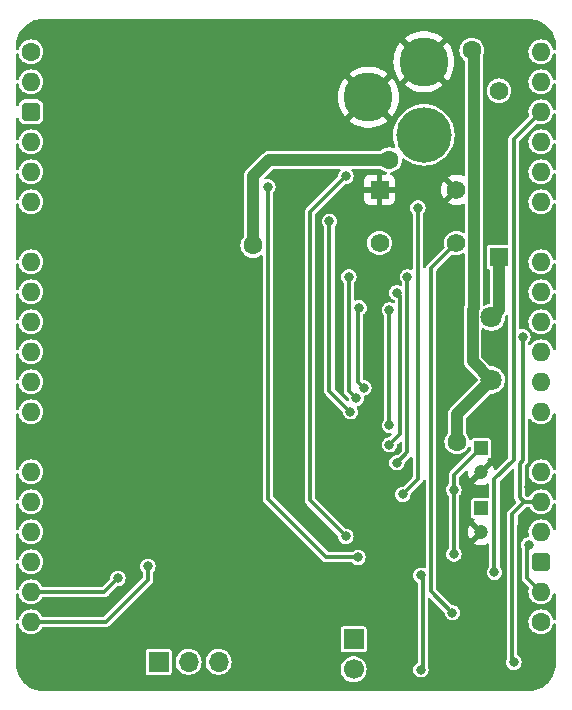
<source format=gbl>
%TF.GenerationSoftware,KiCad,Pcbnew,7.0.5*%
%TF.CreationDate,2024-02-09T13:50:19+02:00*%
%TF.ProjectId,Pico,5069636f-2e6b-4696-9361-645f70636258,V0*%
%TF.SameCoordinates,Original*%
%TF.FileFunction,Copper,L2,Bot*%
%TF.FilePolarity,Positive*%
%FSLAX46Y46*%
G04 Gerber Fmt 4.6, Leading zero omitted, Abs format (unit mm)*
G04 Created by KiCad (PCBNEW 7.0.5) date 2024-02-09 13:50:19*
%MOMM*%
%LPD*%
G01*
G04 APERTURE LIST*
G04 Aperture macros list*
%AMRoundRect*
0 Rectangle with rounded corners*
0 $1 Rounding radius*
0 $2 $3 $4 $5 $6 $7 $8 $9 X,Y pos of 4 corners*
0 Add a 4 corners polygon primitive as box body*
4,1,4,$2,$3,$4,$5,$6,$7,$8,$9,$2,$3,0*
0 Add four circle primitives for the rounded corners*
1,1,$1+$1,$2,$3*
1,1,$1+$1,$4,$5*
1,1,$1+$1,$6,$7*
1,1,$1+$1,$8,$9*
0 Add four rect primitives between the rounded corners*
20,1,$1+$1,$2,$3,$4,$5,0*
20,1,$1+$1,$4,$5,$6,$7,0*
20,1,$1+$1,$6,$7,$8,$9,0*
20,1,$1+$1,$8,$9,$2,$3,0*%
G04 Aperture macros list end*
%TA.AperFunction,ComponentPad*%
%ADD10R,1.575000X1.575000*%
%TD*%
%TA.AperFunction,ComponentPad*%
%ADD11C,1.575000*%
%TD*%
%TA.AperFunction,ComponentPad*%
%ADD12C,1.800000*%
%TD*%
%TA.AperFunction,ComponentPad*%
%ADD13C,4.700000*%
%TD*%
%TA.AperFunction,ComponentPad*%
%ADD14C,4.150000*%
%TD*%
%TA.AperFunction,ComponentPad*%
%ADD15O,1.600000X1.600000*%
%TD*%
%TA.AperFunction,ComponentPad*%
%ADD16R,1.600000X1.600000*%
%TD*%
%TA.AperFunction,ComponentPad*%
%ADD17RoundRect,0.400000X0.400000X0.400000X-0.400000X0.400000X-0.400000X-0.400000X0.400000X-0.400000X0*%
%TD*%
%TA.AperFunction,ComponentPad*%
%ADD18C,1.600000*%
%TD*%
%TA.AperFunction,ComponentPad*%
%ADD19RoundRect,0.400000X-0.400000X-0.400000X0.400000X-0.400000X0.400000X0.400000X-0.400000X0.400000X0*%
%TD*%
%TA.AperFunction,ComponentPad*%
%ADD20R,1.700000X1.700000*%
%TD*%
%TA.AperFunction,ComponentPad*%
%ADD21C,1.700000*%
%TD*%
%TA.AperFunction,ComponentPad*%
%ADD22O,1.700000X1.700000*%
%TD*%
%TA.AperFunction,ComponentPad*%
%ADD23C,1.200000*%
%TD*%
%TA.AperFunction,ComponentPad*%
%ADD24R,1.200000X1.200000*%
%TD*%
%TA.AperFunction,ViaPad*%
%ADD25C,1.600000*%
%TD*%
%TA.AperFunction,ViaPad*%
%ADD26C,0.800000*%
%TD*%
%TA.AperFunction,Conductor*%
%ADD27C,0.380000*%
%TD*%
%TA.AperFunction,Conductor*%
%ADD28C,1.000000*%
%TD*%
G04 APERTURE END LIST*
D10*
%TO.P,S2,1,C1*%
%TO.N,/GND*%
X143816000Y-65026999D03*
D11*
%TO.P,S2,2,C2*%
X150316000Y-65026999D03*
%TO.P,S2,3,N1*%
%TO.N,/~{Reset}*%
X143816000Y-69526999D03*
%TO.P,S2,4,N2*%
X150316000Y-69526999D03*
%TD*%
D12*
%TO.P,S1,1,1*%
%TO.N,/12V*%
X153289000Y-81122000D03*
%TO.P,S1,2,2*%
%TO.N,Net-(D1-Pad1)*%
X153289000Y-75822000D03*
%TD*%
D13*
%TO.P,J1,A1,VCC*%
%TO.N,Net-(J1-VCC)*%
X147574000Y-60378800D03*
D14*
%TO.P,J1,B1,GND*%
%TO.N,/GND*%
X142874000Y-57178800D03*
%TO.P,J1,C1,GND*%
X147574000Y-54178800D03*
%TD*%
D11*
%TO.P,D1,2*%
%TO.N,Net-(J1-VCC)*%
X153924000Y-56642000D03*
D10*
%TO.P,D1,1*%
%TO.N,Net-(D1-Pad1)*%
X153924000Y-70742000D03*
%TD*%
D15*
%TO.P,J3,20,Pin_20*%
%TO.N,/12V*%
X157480000Y-53340000D03*
%TO.P,J3,19,Pin_19*%
%TO.N,unconnected-(J3-Pin_19-Pad19)*%
X157480000Y-55880000D03*
%TO.P,J3,18,Pin_18*%
%TO.N,/3.3V*%
X157480000Y-58420000D03*
%TO.P,J3,17,Pin_17*%
%TO.N,/A_GND*%
X157480000Y-60960000D03*
%TO.P,J3,16,Pin_16*%
%TO.N,unconnected-(J3-Pin_16-Pad16)*%
X157480000Y-63500000D03*
%TO.P,J3,15,Pin_15*%
%TO.N,/GPIO18*%
X157480000Y-66040000D03*
D16*
%TO.P,J3,14,Pin_14*%
%TO.N,/GND*%
X157480000Y-68580000D03*
D15*
%TO.P,J3,13,Pin_13*%
%TO.N,/GPIO19*%
X157480000Y-71120000D03*
%TO.P,J3,12,Pin_12*%
%TO.N,/GPIO20*%
X157480000Y-73660000D03*
%TO.P,J3,11,Pin_11*%
%TO.N,/GPIO21*%
X157480000Y-76200000D03*
%TO.P,J3,10,Pin_10*%
%TO.N,/GPIO22*%
X157480000Y-78740000D03*
%TO.P,J3,9,Pin_9*%
%TO.N,/GPIO26*%
X157480000Y-81280000D03*
%TO.P,J3,8,Pin_8*%
%TO.N,/GPIO27*%
X157480000Y-83820000D03*
D16*
%TO.P,J3,7,Pin_7*%
%TO.N,/GND*%
X157480000Y-86360000D03*
D15*
%TO.P,J3,6,Pin_6*%
%TO.N,/GPIO28*%
X157480000Y-88900000D03*
%TO.P,J3,5,Pin_5*%
%TO.N,/Run*%
X157480000Y-91440000D03*
%TO.P,J3,4,Pin_4*%
%TO.N,unconnected-(J3-Pin_4-Pad4)*%
X157480000Y-93980000D03*
D17*
%TO.P,J3,3,Pin_3*%
%TO.N,/5V*%
X157480000Y-96520000D03*
D15*
%TO.P,J3,2,Pin_2*%
%TO.N,/ADC_VREF*%
X157480000Y-99060000D03*
D18*
%TO.P,J3,1,Pin_1*%
%TO.N,unconnected-(J3-Pin_1-Pad1)*%
X157480000Y-101600000D03*
%TD*%
D15*
%TO.P,J2,20,Pin_20*%
%TO.N,/GPIO17*%
X114300000Y-101600000D03*
%TO.P,J2,19,Pin_19*%
%TO.N,/GPIO16*%
X114300000Y-99060000D03*
%TO.P,J2,18,Pin_18*%
%TO.N,/GPIO15*%
X114300000Y-96520000D03*
%TO.P,J2,17,Pin_17*%
%TO.N,/GPIO14*%
X114300000Y-93980000D03*
%TO.P,J2,16,Pin_16*%
%TO.N,/GPIO13*%
X114300000Y-91440000D03*
%TO.P,J2,15,Pin_15*%
%TO.N,/GPIO12*%
X114300000Y-88900000D03*
D16*
%TO.P,J2,14,Pin_14*%
%TO.N,/GND*%
X114300000Y-86360000D03*
D15*
%TO.P,J2,13,Pin_13*%
%TO.N,/GPIO11*%
X114300000Y-83820000D03*
%TO.P,J2,12,Pin_12*%
%TO.N,/GPIO10*%
X114300000Y-81280000D03*
%TO.P,J2,11,Pin_11*%
%TO.N,/GPIO9*%
X114300000Y-78740000D03*
%TO.P,J2,10,Pin_10*%
%TO.N,/GPIO8*%
X114300000Y-76200000D03*
%TO.P,J2,9,Pin_9*%
%TO.N,/GPIO7*%
X114300000Y-73660000D03*
%TO.P,J2,8,Pin_8*%
%TO.N,/GPIO6*%
X114300000Y-71120000D03*
D16*
%TO.P,J2,7,Pin_7*%
%TO.N,/GND*%
X114300000Y-68580000D03*
D15*
%TO.P,J2,6,Pin_6*%
%TO.N,/GPIO5*%
X114300000Y-66040000D03*
%TO.P,J2,5,Pin_5*%
%TO.N,/GPIO4*%
X114300000Y-63500000D03*
%TO.P,J2,4,Pin_4*%
%TO.N,/GPIO3*%
X114300000Y-60960000D03*
D19*
%TO.P,J2,3,Pin_3*%
%TO.N,/GPIO2*%
X114300000Y-58420000D03*
D15*
%TO.P,J2,2,Pin_2*%
%TO.N,/GPIO1*%
X114300000Y-55880000D03*
D18*
%TO.P,J2,1,Pin_1*%
%TO.N,/GPIO0*%
X114300000Y-53340000D03*
%TD*%
D20*
%TO.P,LED1,1,K*%
%TO.N,Net-(LED1-K)*%
X141626790Y-103087159D03*
D21*
%TO.P,LED1,2,A*%
%TO.N,/5V*%
X141626790Y-105627159D03*
%TD*%
D20*
%TO.P,J4,1,Pin_1*%
%TO.N,Net-(J4-Pin_1)*%
X125116790Y-104989161D03*
D22*
%TO.P,J4,2,Pin_2*%
%TO.N,Net-(J4-Pin_2)*%
X127656790Y-104989161D03*
%TO.P,J4,3,Pin_3*%
%TO.N,Net-(J4-Pin_3)*%
X130196790Y-104989161D03*
%TD*%
D23*
%TO.P,C5,2*%
%TO.N,/GND*%
X152400000Y-88914399D03*
D24*
%TO.P,C5,1*%
%TO.N,/5V*%
X152400000Y-86914399D03*
%TD*%
D23*
%TO.P,C4,2*%
%TO.N,/GND*%
X152400000Y-93994401D03*
D24*
%TO.P,C4,1*%
%TO.N,/12V*%
X152400000Y-91994401D03*
%TD*%
D25*
%TO.N,/A_GND*%
X144653000Y-62484000D03*
D26*
%TO.N,/GND*%
X128524000Y-57150000D03*
X128524000Y-69850000D03*
D25*
%TO.N,/A_GND*%
X133096000Y-69723000D03*
D26*
%TO.N,/ADC_VREF*%
X156437000Y-95080996D03*
%TO.N,/5V*%
X150114000Y-95870999D03*
%TO.N,/GND*%
X149986994Y-102743000D03*
X156845000Y-105537000D03*
X156464000Y-92710000D03*
X154940000Y-106426000D03*
X156464000Y-90170000D03*
%TO.N,/ADC_VREF*%
X141986000Y-96139000D03*
X134366000Y-64770000D03*
%TO.N,/5V*%
X140970001Y-63881000D03*
X140970000Y-94360996D03*
X150102178Y-90435822D03*
%TO.N,/GPIO28*%
X139573000Y-67691010D03*
X141350998Y-83820000D03*
%TO.N,/GPIO27*%
X141859000Y-82677000D03*
X141224000Y-72390000D03*
%TO.N,/GPIO26*%
X142081301Y-75009733D03*
X142494000Y-81788000D03*
%TO.N,/GPIO21*%
X144653000Y-84963000D03*
X144652990Y-75184000D03*
%TO.N,/GPIO20*%
X145286512Y-73742216D03*
X144653000Y-86614000D03*
%TO.N,/GPIO19*%
X146177000Y-72390000D03*
X145288000Y-88138000D03*
%TO.N,/GPIO18*%
X145796000Y-90805000D03*
X147066000Y-66548000D03*
%TO.N,/3.3V*%
X147320000Y-105664000D03*
X147320000Y-97663000D03*
%TO.N,/~{Reset}*%
X149987000Y-100838000D03*
%TO.N,/Run*%
X155956000Y-77470000D03*
X155194000Y-105029000D03*
%TO.N,/3.3V*%
X153543001Y-97409001D03*
%TO.N,/GND*%
X142620992Y-100710996D03*
X146685000Y-100710996D03*
D25*
%TO.N,/12V*%
X150368000Y-86359996D03*
X151638000Y-53213000D03*
D26*
%TO.N,/GND*%
X134747000Y-95123000D03*
X134620000Y-101092000D03*
%TO.N,/GPIO17*%
X124206000Y-96901000D03*
%TO.N,/GPIO16*%
X121666000Y-97917000D03*
%TO.N,/GND*%
X120777000Y-82550000D03*
%TD*%
D27*
%TO.N,/GPIO17*%
X120650000Y-101600000D02*
X124206000Y-98044000D01*
X124206000Y-98044000D02*
X124206000Y-96901000D01*
X114300000Y-101600000D02*
X120650000Y-101600000D01*
%TO.N,/GPIO18*%
X147066000Y-89535000D02*
X145796000Y-90805000D01*
X147066000Y-66548000D02*
X147066000Y-89535000D01*
%TO.N,/GPIO21*%
X144652990Y-84962990D02*
X144653000Y-84963000D01*
X144652990Y-75184000D02*
X144652990Y-84962990D01*
%TO.N,/GPIO20*%
X144653000Y-86614000D02*
X145547615Y-85719385D01*
X145547615Y-85719385D02*
X145547615Y-74003319D01*
X145547615Y-74003319D02*
X145286512Y-73742216D01*
D28*
%TO.N,/A_GND*%
X133096000Y-63881000D02*
X134493000Y-62484000D01*
X134493000Y-62484000D02*
X144653000Y-62484000D01*
X133096000Y-69723000D02*
X133096000Y-63881000D01*
D27*
%TO.N,/GND*%
X154940000Y-106426000D02*
X151384000Y-106426000D01*
X151384000Y-106426000D02*
X149986994Y-105028994D01*
X149986994Y-105028994D02*
X149986994Y-102743000D01*
X128524000Y-69850000D02*
X128524000Y-57150000D01*
%TO.N,/Run*%
X155067000Y-92456000D02*
X156083000Y-91440000D01*
X155067000Y-104902000D02*
X155067000Y-92456000D01*
X155194000Y-105029000D02*
X155067000Y-104902000D01*
%TO.N,/ADC_VREF*%
X156290000Y-95227996D02*
X156437000Y-95080996D01*
X156290000Y-97870000D02*
X156290000Y-95227996D01*
X157480000Y-99060000D02*
X156290000Y-97870000D01*
%TO.N,/GND*%
X155647000Y-104339000D02*
X156845000Y-105537000D01*
X155647000Y-93527000D02*
X155647000Y-104339000D01*
X156464000Y-92710000D02*
X155647000Y-93527000D01*
%TO.N,/5V*%
X150114000Y-90447644D02*
X150114000Y-95870999D01*
X150102178Y-90435822D02*
X150114000Y-90447644D01*
%TO.N,/GND*%
X156290000Y-89996000D02*
X156464000Y-90170000D01*
X156290000Y-88407085D02*
X156290000Y-89996000D01*
X157480000Y-87217085D02*
X156290000Y-88407085D01*
%TO.N,/Run*%
X155674000Y-91031000D02*
X156083000Y-91440000D01*
%TO.N,/GND*%
X157480000Y-86360000D02*
X157480000Y-87217085D01*
%TO.N,/Run*%
X155674000Y-88202841D02*
X155674000Y-91031000D01*
X155956000Y-87920841D02*
X155674000Y-88202841D01*
X155956000Y-77470000D02*
X155956000Y-87920841D01*
%TO.N,/3.3V*%
X155166000Y-87890597D02*
X153543001Y-89513596D01*
X157480000Y-58420000D02*
X155166000Y-60734000D01*
X155166000Y-60734000D02*
X155166000Y-87890597D01*
X153543001Y-89513596D02*
X153543001Y-97409001D01*
%TO.N,/ADC_VREF*%
X134366000Y-91186000D02*
X139319000Y-96139000D01*
X134366000Y-64770000D02*
X134366000Y-91186000D01*
X139319000Y-96139000D02*
X141986000Y-96139000D01*
%TO.N,/5V*%
X137922000Y-91312996D02*
X140970000Y-94360996D01*
X137922000Y-66929001D02*
X137922000Y-91312996D01*
X140970001Y-63881000D02*
X137922000Y-66929001D01*
X152400000Y-86914399D02*
X150102178Y-89212221D01*
X150102178Y-89212221D02*
X150102178Y-90435822D01*
%TO.N,/~{Reset}*%
X148181000Y-99032000D02*
X148181000Y-71661999D01*
X149987000Y-100838000D02*
X148181000Y-99032000D01*
X148181000Y-71661999D02*
X150316000Y-69526999D01*
%TO.N,/GPIO28*%
X141350998Y-83820000D02*
X139573000Y-82042002D01*
X139573000Y-82042002D02*
X139573000Y-67691010D01*
%TO.N,/GPIO27*%
X141224000Y-82042000D02*
X141859000Y-82677000D01*
X141224000Y-72390000D02*
X141224000Y-82042000D01*
%TO.N,/GPIO26*%
X141986000Y-75105034D02*
X142081301Y-75009733D01*
X141986000Y-81280000D02*
X141986000Y-75105034D01*
X142494000Y-81788000D02*
X141986000Y-81280000D01*
%TO.N,/GPIO19*%
X146177000Y-87249000D02*
X145288000Y-88138000D01*
X146177000Y-72390000D02*
X146177000Y-87249000D01*
D28*
%TO.N,Net-(D1-Pad1)*%
X153924000Y-75187000D02*
X153924000Y-70742000D01*
X153289000Y-75822000D02*
X153924000Y-75187000D01*
D27*
%TO.N,/3.3V*%
X147475000Y-105509000D02*
X147320000Y-105664000D01*
X147475000Y-97818000D02*
X147475000Y-105509000D01*
X147320000Y-97663000D02*
X147475000Y-97818000D01*
%TO.N,/GND*%
X142620992Y-100710996D02*
X146685000Y-100710996D01*
D28*
%TO.N,/12V*%
X150368000Y-84043000D02*
X150368000Y-86359996D01*
X153289000Y-81122000D02*
X150368000Y-84043000D01*
D27*
%TO.N,/Run*%
X156083000Y-91440000D02*
X157480000Y-91440000D01*
D28*
%TO.N,/12V*%
X151689000Y-79522000D02*
X153289000Y-81122000D01*
X151689000Y-75159258D02*
X151689000Y-79522000D01*
X151803500Y-75044758D02*
X151689000Y-75159258D01*
X151803500Y-53378500D02*
X151803500Y-75044758D01*
X151638000Y-53213000D02*
X151803500Y-53378500D01*
D27*
%TO.N,/GND*%
X134620000Y-95250000D02*
X134747000Y-95123000D01*
X134620000Y-101092000D02*
X134620000Y-95250000D01*
%TO.N,/GPIO16*%
X120523000Y-99060000D02*
X121666000Y-97917000D01*
X114300000Y-99060000D02*
X120523000Y-99060000D01*
%TO.N,/GND*%
X116967000Y-86360000D02*
X120777000Y-82550000D01*
X114300000Y-86360000D02*
X116967000Y-86360000D01*
%TD*%
%TA.AperFunction,Conductor*%
%TO.N,/GND*%
G36*
X155575000Y-59702037D02*
G01*
X154874481Y-60402557D01*
X154869294Y-60407192D01*
X154839443Y-60430998D01*
X154839441Y-60431000D01*
X154807331Y-60478096D01*
X154805991Y-60479984D01*
X154772148Y-60525841D01*
X154768248Y-60533221D01*
X154764640Y-60540715D01*
X154747841Y-60595172D01*
X154747117Y-60597372D01*
X154728290Y-60651178D01*
X154726745Y-60659340D01*
X154725500Y-60667605D01*
X154725500Y-60724595D01*
X154725457Y-60726879D01*
X154724634Y-60748869D01*
X154723324Y-60783877D01*
X154724365Y-60793110D01*
X154723508Y-60793206D01*
X154725500Y-60808319D01*
X154725500Y-69580000D01*
X154705815Y-69647039D01*
X154653011Y-69692794D01*
X154601500Y-69704000D01*
X153111823Y-69704000D01*
X153038764Y-69718532D01*
X153038760Y-69718533D01*
X152955899Y-69773899D01*
X152900533Y-69856760D01*
X152900532Y-69856764D01*
X152886000Y-69929821D01*
X152886000Y-71554178D01*
X152900532Y-71627235D01*
X152900533Y-71627239D01*
X152900534Y-71627240D01*
X152955899Y-71710101D01*
X153019591Y-71752658D01*
X153038760Y-71765466D01*
X153038764Y-71765467D01*
X153073691Y-71772415D01*
X153135602Y-71804800D01*
X153170176Y-71865515D01*
X153173500Y-71894032D01*
X153173500Y-74570192D01*
X153153815Y-74637231D01*
X153101011Y-74682986D01*
X153072287Y-74692080D01*
X152972807Y-74710677D01*
X152972800Y-74710679D01*
X152773982Y-74787701D01*
X152773977Y-74787704D01*
X152743276Y-74806713D01*
X152675914Y-74825267D01*
X152609216Y-74804458D01*
X152564355Y-74750892D01*
X152554000Y-74701285D01*
X152554000Y-56642000D01*
X152880978Y-56642000D01*
X152901018Y-56845481D01*
X152960374Y-57041151D01*
X153056755Y-57221466D01*
X153056760Y-57221473D01*
X153186471Y-57379528D01*
X153218003Y-57405405D01*
X153344528Y-57509241D01*
X153344531Y-57509242D01*
X153344533Y-57509244D01*
X153524848Y-57605625D01*
X153524850Y-57605625D01*
X153524853Y-57605627D01*
X153720517Y-57664981D01*
X153924000Y-57685022D01*
X154127483Y-57664981D01*
X154323147Y-57605627D01*
X154503472Y-57509241D01*
X154661528Y-57379528D01*
X154791241Y-57221472D01*
X154887627Y-57041147D01*
X154946981Y-56845483D01*
X154967022Y-56642000D01*
X154946981Y-56438517D01*
X154887627Y-56242853D01*
X154887625Y-56242850D01*
X154887625Y-56242848D01*
X154791244Y-56062533D01*
X154791242Y-56062531D01*
X154791241Y-56062528D01*
X154687268Y-55935836D01*
X154661528Y-55904471D01*
X154503473Y-55774760D01*
X154503466Y-55774755D01*
X154323151Y-55678374D01*
X154127481Y-55619018D01*
X153924000Y-55598978D01*
X153720518Y-55619018D01*
X153524848Y-55678374D01*
X153344533Y-55774755D01*
X153344526Y-55774760D01*
X153186471Y-55904471D01*
X153056760Y-56062526D01*
X153056755Y-56062533D01*
X152960374Y-56242848D01*
X152901018Y-56438518D01*
X152880978Y-56642000D01*
X152554000Y-56642000D01*
X152554000Y-53758829D01*
X152568642Y-53700375D01*
X152613232Y-53616954D01*
X152673300Y-53418934D01*
X152693583Y-53213000D01*
X152673300Y-53007066D01*
X152613232Y-52809046D01*
X152515685Y-52626550D01*
X152447421Y-52543369D01*
X152384410Y-52466589D01*
X152224452Y-52335317D01*
X152224453Y-52335317D01*
X152224450Y-52335315D01*
X152041954Y-52237768D01*
X151843934Y-52177700D01*
X151843932Y-52177699D01*
X151843934Y-52177699D01*
X151638000Y-52157417D01*
X151432067Y-52177699D01*
X151234043Y-52237769D01*
X151123898Y-52296643D01*
X151051550Y-52335315D01*
X151051548Y-52335316D01*
X151051547Y-52335317D01*
X150891589Y-52466589D01*
X150760317Y-52626547D01*
X150760315Y-52626550D01*
X150721643Y-52698898D01*
X150662769Y-52809043D01*
X150602699Y-53007067D01*
X150582417Y-53212999D01*
X150602699Y-53418932D01*
X150602700Y-53418934D01*
X150662768Y-53616954D01*
X150760315Y-53799450D01*
X150760317Y-53799452D01*
X150891589Y-53959410D01*
X150946809Y-54004726D01*
X151007665Y-54054670D01*
X151046999Y-54112413D01*
X151053000Y-54150522D01*
X151053000Y-63755427D01*
X151033315Y-63822466D01*
X150980511Y-63868221D01*
X150911353Y-63878165D01*
X150876596Y-63867809D01*
X150758039Y-63812525D01*
X150758025Y-63812520D01*
X150540431Y-63754217D01*
X150540421Y-63754215D01*
X150316001Y-63734581D01*
X150315999Y-63734581D01*
X150091578Y-63754215D01*
X150091568Y-63754217D01*
X149873974Y-63812520D01*
X149873965Y-63812524D01*
X149669787Y-63907734D01*
X149599502Y-63956947D01*
X149599501Y-63956948D01*
X150183466Y-64540912D01*
X150173685Y-64542319D01*
X150042900Y-64602047D01*
X149934239Y-64696201D01*
X149856507Y-64817155D01*
X149832923Y-64897474D01*
X149245949Y-64310500D01*
X149245948Y-64310501D01*
X149196735Y-64380786D01*
X149101525Y-64584964D01*
X149101521Y-64584973D01*
X149043218Y-64802567D01*
X149043216Y-64802577D01*
X149023582Y-65026998D01*
X149023582Y-65026999D01*
X149043216Y-65251420D01*
X149043218Y-65251430D01*
X149101521Y-65469024D01*
X149101525Y-65469033D01*
X149196732Y-65673206D01*
X149196733Y-65673208D01*
X149245949Y-65743496D01*
X149832923Y-65156522D01*
X149856507Y-65236843D01*
X149934239Y-65357797D01*
X150042900Y-65451951D01*
X150173685Y-65511679D01*
X150183464Y-65513085D01*
X149599501Y-66097048D01*
X149669791Y-66146266D01*
X149873965Y-66241473D01*
X149873974Y-66241477D01*
X150091568Y-66299780D01*
X150091578Y-66299782D01*
X150315999Y-66319417D01*
X150316001Y-66319417D01*
X150540421Y-66299782D01*
X150540431Y-66299780D01*
X150758025Y-66241477D01*
X150758034Y-66241474D01*
X150876595Y-66186188D01*
X150945672Y-66175696D01*
X151009456Y-66204216D01*
X151047696Y-66262692D01*
X151053000Y-66298570D01*
X151053000Y-68537076D01*
X151033315Y-68604115D01*
X150980511Y-68649870D01*
X150911353Y-68659814D01*
X150870547Y-68646434D01*
X150715151Y-68563373D01*
X150519481Y-68504017D01*
X150316000Y-68483977D01*
X150112518Y-68504017D01*
X149916848Y-68563373D01*
X149736533Y-68659754D01*
X149736526Y-68659759D01*
X149578471Y-68789470D01*
X149448760Y-68947525D01*
X149448755Y-68947532D01*
X149352374Y-69127847D01*
X149293018Y-69323517D01*
X149272978Y-69526999D01*
X149293018Y-69730481D01*
X149293019Y-69730484D01*
X149317186Y-69810156D01*
X149317809Y-69880023D01*
X149286206Y-69933830D01*
X147889481Y-71330556D01*
X147884294Y-71335191D01*
X147854443Y-71358997D01*
X147854441Y-71358999D01*
X147822331Y-71406095D01*
X147820991Y-71407983D01*
X147787148Y-71453840D01*
X147783248Y-71461220D01*
X147779640Y-71468714D01*
X147762841Y-71523171D01*
X147762117Y-71525371D01*
X147747543Y-71567025D01*
X147706823Y-71623803D01*
X147641871Y-71649552D01*
X147573309Y-71636097D01*
X147522904Y-71587711D01*
X147506500Y-71526074D01*
X147506500Y-67082618D01*
X147526185Y-67015579D01*
X147548274Y-66989801D01*
X147556483Y-66982530D01*
X147646220Y-66852523D01*
X147702237Y-66704818D01*
X147721278Y-66548000D01*
X147702237Y-66391182D01*
X147646220Y-66243477D01*
X147556483Y-66113470D01*
X147438240Y-66008717D01*
X147438238Y-66008716D01*
X147438237Y-66008715D01*
X147298365Y-65935303D01*
X147144986Y-65897500D01*
X147144985Y-65897500D01*
X146987015Y-65897500D01*
X146987014Y-65897500D01*
X146833634Y-65935303D01*
X146693762Y-66008715D01*
X146575516Y-66113471D01*
X146485781Y-66243475D01*
X146485780Y-66243476D01*
X146429762Y-66391181D01*
X146410722Y-66547999D01*
X146410722Y-66548000D01*
X146429762Y-66704818D01*
X146462968Y-66792373D01*
X146485780Y-66852523D01*
X146575517Y-66982530D01*
X146583723Y-66989800D01*
X146620852Y-67048987D01*
X146625500Y-67082618D01*
X146625500Y-71685619D01*
X146605815Y-71752658D01*
X146553011Y-71798413D01*
X146483853Y-71808357D01*
X146443875Y-71795416D01*
X146409364Y-71777303D01*
X146255986Y-71739500D01*
X146255985Y-71739500D01*
X146098015Y-71739500D01*
X146098014Y-71739500D01*
X145944634Y-71777303D01*
X145804762Y-71850715D01*
X145686516Y-71955471D01*
X145596781Y-72085475D01*
X145596780Y-72085476D01*
X145540762Y-72233181D01*
X145521722Y-72389999D01*
X145521722Y-72390000D01*
X145540762Y-72546818D01*
X145596779Y-72694523D01*
X145596780Y-72694523D01*
X145686517Y-72824530D01*
X145694723Y-72831800D01*
X145731852Y-72890987D01*
X145736500Y-72924618D01*
X145736500Y-73038616D01*
X145716815Y-73105655D01*
X145664011Y-73151410D01*
X145594853Y-73161354D01*
X145554875Y-73148413D01*
X145518876Y-73129519D01*
X145365498Y-73091716D01*
X145365497Y-73091716D01*
X145207527Y-73091716D01*
X145207526Y-73091716D01*
X145054146Y-73129519D01*
X144914274Y-73202931D01*
X144796028Y-73307687D01*
X144706293Y-73437691D01*
X144706292Y-73437692D01*
X144650274Y-73585397D01*
X144631234Y-73742215D01*
X144631234Y-73742216D01*
X144650274Y-73899034D01*
X144706292Y-74046739D01*
X144796029Y-74176746D01*
X144914272Y-74281499D01*
X145040743Y-74347877D01*
X145090953Y-74396459D01*
X145107115Y-74457671D01*
X145107115Y-74482571D01*
X145087430Y-74549610D01*
X145034626Y-74595365D01*
X144965468Y-74605309D01*
X144925490Y-74592368D01*
X144885354Y-74571303D01*
X144731976Y-74533500D01*
X144731975Y-74533500D01*
X144574005Y-74533500D01*
X144574004Y-74533500D01*
X144420624Y-74571303D01*
X144280752Y-74644715D01*
X144162506Y-74749471D01*
X144072771Y-74879475D01*
X144072770Y-74879476D01*
X144016752Y-75027181D01*
X143997712Y-75183999D01*
X143997712Y-75184000D01*
X144016752Y-75340818D01*
X144072770Y-75488523D01*
X144072771Y-75488524D01*
X144123308Y-75561741D01*
X144162507Y-75618530D01*
X144170713Y-75625800D01*
X144207842Y-75684987D01*
X144212490Y-75718618D01*
X144212490Y-84428389D01*
X144192805Y-84495428D01*
X144170720Y-84521201D01*
X144162520Y-84528465D01*
X144162518Y-84528467D01*
X144072781Y-84658475D01*
X144072780Y-84658476D01*
X144016762Y-84806181D01*
X143997722Y-84962999D01*
X143997722Y-84963000D01*
X144016762Y-85119818D01*
X144072780Y-85267522D01*
X144072780Y-85267523D01*
X144162517Y-85397530D01*
X144280760Y-85502283D01*
X144280762Y-85502284D01*
X144420634Y-85575696D01*
X144574014Y-85613500D01*
X144731177Y-85613500D01*
X144798216Y-85633185D01*
X144843971Y-85685989D01*
X144853915Y-85755147D01*
X144824890Y-85818703D01*
X144818858Y-85825181D01*
X144716858Y-85927181D01*
X144655535Y-85960666D01*
X144629177Y-85963500D01*
X144574014Y-85963500D01*
X144420634Y-86001303D01*
X144280762Y-86074715D01*
X144162516Y-86179471D01*
X144072781Y-86309475D01*
X144072780Y-86309476D01*
X144016762Y-86457181D01*
X143997722Y-86613999D01*
X143997722Y-86614000D01*
X144016762Y-86770818D01*
X144072780Y-86918523D01*
X144162517Y-87048530D01*
X144280760Y-87153283D01*
X144280762Y-87153284D01*
X144420634Y-87226696D01*
X144574014Y-87264500D01*
X144574015Y-87264500D01*
X144731985Y-87264500D01*
X144885365Y-87226696D01*
X144937900Y-87199123D01*
X145025240Y-87153283D01*
X145143483Y-87048530D01*
X145233220Y-86918523D01*
X145289237Y-86770818D01*
X145307587Y-86619690D01*
X145335207Y-86555515D01*
X145342989Y-86546970D01*
X145524820Y-86365140D01*
X145586142Y-86331656D01*
X145655834Y-86336640D01*
X145711767Y-86378512D01*
X145736184Y-86443976D01*
X145736500Y-86452822D01*
X145736500Y-87015177D01*
X145716815Y-87082216D01*
X145700181Y-87102858D01*
X145351858Y-87451181D01*
X145290535Y-87484666D01*
X145264177Y-87487500D01*
X145209014Y-87487500D01*
X145055634Y-87525303D01*
X144915762Y-87598715D01*
X144797516Y-87703471D01*
X144707781Y-87833475D01*
X144707780Y-87833476D01*
X144651762Y-87981181D01*
X144632722Y-88137999D01*
X144632722Y-88138000D01*
X144651762Y-88294818D01*
X144707779Y-88442522D01*
X144707780Y-88442523D01*
X144797517Y-88572530D01*
X144915760Y-88677283D01*
X144915762Y-88677284D01*
X145055634Y-88750696D01*
X145209014Y-88788500D01*
X145209015Y-88788500D01*
X145366985Y-88788500D01*
X145520365Y-88750696D01*
X145547274Y-88736573D01*
X145660240Y-88677283D01*
X145778483Y-88572530D01*
X145868220Y-88442523D01*
X145924237Y-88294818D01*
X145942587Y-88143690D01*
X145970207Y-88079515D01*
X145977990Y-88070969D01*
X146413818Y-87635141D01*
X146475142Y-87601656D01*
X146544834Y-87606640D01*
X146600767Y-87648512D01*
X146625184Y-87713976D01*
X146625500Y-87722822D01*
X146625500Y-89301176D01*
X146605815Y-89368215D01*
X146589181Y-89388857D01*
X145859858Y-90118181D01*
X145798535Y-90151666D01*
X145772177Y-90154500D01*
X145717014Y-90154500D01*
X145563634Y-90192303D01*
X145423762Y-90265715D01*
X145305516Y-90370471D01*
X145215781Y-90500475D01*
X145215780Y-90500476D01*
X145159762Y-90648181D01*
X145140722Y-90804999D01*
X145140722Y-90805000D01*
X145159762Y-90961818D01*
X145189359Y-91039857D01*
X145215780Y-91109523D01*
X145305517Y-91239530D01*
X145423760Y-91344283D01*
X145423762Y-91344284D01*
X145563634Y-91417696D01*
X145717014Y-91455500D01*
X145717015Y-91455500D01*
X145874985Y-91455500D01*
X146028365Y-91417696D01*
X146087220Y-91386806D01*
X146168240Y-91344283D01*
X146286483Y-91239530D01*
X146376220Y-91109523D01*
X146432237Y-90961818D01*
X146450587Y-90810690D01*
X146478207Y-90746515D01*
X146485990Y-90737969D01*
X147357528Y-89866431D01*
X147362696Y-89861812D01*
X147392557Y-89838001D01*
X147424684Y-89790877D01*
X147425986Y-89789042D01*
X147459852Y-89743158D01*
X147459853Y-89743156D01*
X147463741Y-89735798D01*
X147467359Y-89728287D01*
X147477300Y-89696057D01*
X147484166Y-89673796D01*
X147484881Y-89671625D01*
X147485127Y-89670924D01*
X147491095Y-89653866D01*
X147499460Y-89629966D01*
X147540183Y-89573191D01*
X147605137Y-89547446D01*
X147673698Y-89560904D01*
X147724099Y-89609293D01*
X147740500Y-89670924D01*
X147740500Y-96943923D01*
X147720815Y-97010962D01*
X147668011Y-97056717D01*
X147598853Y-97066661D01*
X147558879Y-97053722D01*
X147552365Y-97050303D01*
X147398986Y-97012500D01*
X147398985Y-97012500D01*
X147241015Y-97012500D01*
X147241014Y-97012500D01*
X147087634Y-97050303D01*
X146947762Y-97123715D01*
X146829516Y-97228471D01*
X146739781Y-97358475D01*
X146739780Y-97358476D01*
X146683762Y-97506181D01*
X146664722Y-97662999D01*
X146664722Y-97663000D01*
X146683762Y-97819818D01*
X146732484Y-97948285D01*
X146739780Y-97967523D01*
X146829517Y-98097530D01*
X146947760Y-98202283D01*
X146968126Y-98212971D01*
X147018338Y-98261555D01*
X147034500Y-98322768D01*
X147034500Y-105004231D01*
X147014815Y-105071270D01*
X146968129Y-105114026D01*
X146947760Y-105124716D01*
X146947760Y-105124717D01*
X146831292Y-105227898D01*
X146829516Y-105229471D01*
X146739781Y-105359475D01*
X146739780Y-105359476D01*
X146683762Y-105507181D01*
X146664722Y-105663999D01*
X146664722Y-105664000D01*
X146683762Y-105820818D01*
X146727785Y-105936896D01*
X146739780Y-105968523D01*
X146829517Y-106098530D01*
X146947760Y-106203283D01*
X146947762Y-106203284D01*
X147087634Y-106276696D01*
X147241014Y-106314500D01*
X147241015Y-106314500D01*
X147398985Y-106314500D01*
X147552365Y-106276696D01*
X147552364Y-106276695D01*
X147692240Y-106203283D01*
X147810483Y-106098530D01*
X147900220Y-105968523D01*
X147956237Y-105820818D01*
X147975278Y-105664000D01*
X147956237Y-105507182D01*
X147923558Y-105421014D01*
X147915500Y-105377043D01*
X147915500Y-99688823D01*
X147935185Y-99621784D01*
X147987989Y-99576029D01*
X148057147Y-99566085D01*
X148120703Y-99595110D01*
X148127181Y-99601142D01*
X149296998Y-100770959D01*
X149330483Y-100832282D01*
X149332413Y-100843693D01*
X149350763Y-100994818D01*
X149406780Y-101142523D01*
X149496517Y-101272530D01*
X149614760Y-101377283D01*
X149614762Y-101377284D01*
X149754634Y-101450696D01*
X149908014Y-101488500D01*
X149908015Y-101488500D01*
X150065985Y-101488500D01*
X150219365Y-101450696D01*
X150244986Y-101437249D01*
X150359240Y-101377283D01*
X150477483Y-101272530D01*
X150567220Y-101142523D01*
X150623237Y-100994818D01*
X150642278Y-100838000D01*
X150623237Y-100681182D01*
X150567220Y-100533477D01*
X150477483Y-100403470D01*
X150359240Y-100298717D01*
X150359238Y-100298716D01*
X150359237Y-100298715D01*
X150219365Y-100225303D01*
X150065986Y-100187500D01*
X150065985Y-100187500D01*
X150010823Y-100187500D01*
X149943784Y-100167815D01*
X149923142Y-100151181D01*
X148657819Y-98885858D01*
X148624334Y-98824535D01*
X148621500Y-98798177D01*
X148621500Y-71895821D01*
X148641185Y-71828782D01*
X148657814Y-71808145D01*
X149909169Y-70556789D01*
X149970490Y-70523306D01*
X150032842Y-70525810D01*
X150112517Y-70549980D01*
X150316000Y-70570021D01*
X150519483Y-70549980D01*
X150715147Y-70490626D01*
X150745081Y-70474626D01*
X150870547Y-70407563D01*
X150938949Y-70393321D01*
X151004193Y-70418321D01*
X151045564Y-70474626D01*
X151053000Y-70516921D01*
X151053000Y-74719840D01*
X151041381Y-74772246D01*
X151013812Y-74831367D01*
X151013027Y-74832989D01*
X150978957Y-74900830D01*
X150976488Y-74907615D01*
X150976432Y-74907594D01*
X150973960Y-74914708D01*
X150974015Y-74914727D01*
X150971743Y-74921583D01*
X150956391Y-74995928D01*
X150956001Y-74997686D01*
X150938499Y-75071537D01*
X150937661Y-75078712D01*
X150937601Y-75078705D01*
X150936835Y-75086203D01*
X150936895Y-75086209D01*
X150936265Y-75093398D01*
X150938474Y-75169288D01*
X150938500Y-75171091D01*
X150938500Y-79458294D01*
X150937191Y-79476263D01*
X150933710Y-79500025D01*
X150938264Y-79552064D01*
X150938500Y-79557470D01*
X150938500Y-79565712D01*
X150942202Y-79597391D01*
X150942386Y-79599185D01*
X150949000Y-79674792D01*
X150950461Y-79681867D01*
X150950403Y-79681878D01*
X150952034Y-79689237D01*
X150952092Y-79689224D01*
X150953757Y-79696249D01*
X150979708Y-79767551D01*
X150980299Y-79769253D01*
X151004182Y-79841326D01*
X151007236Y-79847874D01*
X151007182Y-79847898D01*
X151010470Y-79854688D01*
X151010521Y-79854663D01*
X151013761Y-79861113D01*
X151013762Y-79861114D01*
X151013763Y-79861117D01*
X151055494Y-79924567D01*
X151056443Y-79926058D01*
X151084472Y-79971500D01*
X151096289Y-79990657D01*
X151100766Y-79996319D01*
X151100719Y-79996356D01*
X151105482Y-80002202D01*
X151105528Y-80002164D01*
X151110173Y-80007699D01*
X151165364Y-80059769D01*
X151166658Y-80061026D01*
X152100386Y-80994754D01*
X152133871Y-81056077D01*
X152136176Y-81093872D01*
X152133571Y-81121994D01*
X152133571Y-81122004D01*
X152136176Y-81150125D01*
X152122760Y-81218694D01*
X152100386Y-81249244D01*
X149882358Y-83467272D01*
X149868729Y-83479051D01*
X149849468Y-83493390D01*
X149815898Y-83533397D01*
X149812253Y-83537376D01*
X149806407Y-83543223D01*
X149786618Y-83568251D01*
X149785481Y-83569647D01*
X149736694Y-83627790D01*
X149732729Y-83633819D01*
X149732682Y-83633788D01*
X149728630Y-83640147D01*
X149728679Y-83640177D01*
X149724889Y-83646321D01*
X149692812Y-83715110D01*
X149692027Y-83716731D01*
X149657957Y-83784572D01*
X149655488Y-83791357D01*
X149655432Y-83791336D01*
X149652960Y-83798450D01*
X149653015Y-83798469D01*
X149650743Y-83805325D01*
X149635391Y-83879670D01*
X149635001Y-83881428D01*
X149617499Y-83955279D01*
X149616661Y-83962454D01*
X149616601Y-83962447D01*
X149615835Y-83969945D01*
X149615895Y-83969951D01*
X149615265Y-83977140D01*
X149617474Y-84053030D01*
X149617500Y-84054833D01*
X149617500Y-85574201D01*
X149597815Y-85641240D01*
X149589354Y-85652865D01*
X149490311Y-85773551D01*
X149392769Y-85956037D01*
X149332699Y-86154063D01*
X149312417Y-86359996D01*
X149332699Y-86565928D01*
X149362733Y-86664940D01*
X149392768Y-86763950D01*
X149490315Y-86946446D01*
X149490317Y-86946448D01*
X149621589Y-87106406D01*
X149678710Y-87153283D01*
X149781550Y-87237681D01*
X149964046Y-87335228D01*
X150162066Y-87395296D01*
X150162065Y-87395296D01*
X150182348Y-87397293D01*
X150368000Y-87415579D01*
X150573934Y-87395296D01*
X150771954Y-87335228D01*
X150954450Y-87237681D01*
X151114410Y-87106406D01*
X151245685Y-86946446D01*
X151316142Y-86814630D01*
X151365105Y-86764787D01*
X151433243Y-86749327D01*
X151498922Y-86773159D01*
X151541291Y-86828717D01*
X151549500Y-86873085D01*
X151549500Y-87090575D01*
X151529815Y-87157614D01*
X151513181Y-87178256D01*
X149810659Y-88880778D01*
X149805472Y-88885413D01*
X149775621Y-88909219D01*
X149775619Y-88909221D01*
X149743509Y-88956317D01*
X149742169Y-88958205D01*
X149708326Y-89004062D01*
X149704426Y-89011442D01*
X149700818Y-89018936D01*
X149684019Y-89073393D01*
X149683295Y-89075593D01*
X149664468Y-89129399D01*
X149662923Y-89137561D01*
X149661678Y-89145826D01*
X149661678Y-89202816D01*
X149661635Y-89205100D01*
X149661288Y-89214399D01*
X149659502Y-89262098D01*
X149660543Y-89271331D01*
X149659686Y-89271427D01*
X149661678Y-89286540D01*
X149661678Y-89901203D01*
X149641993Y-89968242D01*
X149619905Y-89994018D01*
X149611696Y-90001290D01*
X149521959Y-90131297D01*
X149521958Y-90131298D01*
X149465940Y-90279003D01*
X149446900Y-90435821D01*
X149446900Y-90435822D01*
X149465940Y-90592640D01*
X149487005Y-90648182D01*
X149521958Y-90740345D01*
X149611695Y-90870352D01*
X149631724Y-90888096D01*
X149668853Y-90947284D01*
X149673500Y-90980913D01*
X149673500Y-95336380D01*
X149653815Y-95403419D01*
X149631727Y-95429195D01*
X149623518Y-95436467D01*
X149533781Y-95566474D01*
X149533780Y-95566475D01*
X149477762Y-95714180D01*
X149458722Y-95870998D01*
X149458722Y-95870999D01*
X149477762Y-96027817D01*
X149519929Y-96139000D01*
X149533780Y-96175522D01*
X149623517Y-96305529D01*
X149741760Y-96410282D01*
X149741762Y-96410283D01*
X149881634Y-96483695D01*
X150035014Y-96521499D01*
X150035015Y-96521499D01*
X150192985Y-96521499D01*
X150346365Y-96483695D01*
X150379184Y-96466470D01*
X150486240Y-96410282D01*
X150604483Y-96305529D01*
X150694220Y-96175522D01*
X150750237Y-96027817D01*
X150769278Y-95870999D01*
X150764844Y-95834477D01*
X150750237Y-95714180D01*
X150728992Y-95658162D01*
X150694220Y-95566476D01*
X150604483Y-95436469D01*
X150604481Y-95436467D01*
X150596273Y-95429195D01*
X150559146Y-95370006D01*
X150554500Y-95336380D01*
X150554500Y-93994401D01*
X151295287Y-93994401D01*
X151314096Y-94197390D01*
X151314097Y-94197393D01*
X151369883Y-94393464D01*
X151369886Y-94393470D01*
X151460754Y-94575957D01*
X151460755Y-94575958D01*
X151462533Y-94578313D01*
X152046447Y-93994401D01*
X152046447Y-93994400D01*
X151462533Y-93410486D01*
X151460754Y-93412844D01*
X151369886Y-93595331D01*
X151369883Y-93595337D01*
X151314097Y-93791408D01*
X151314096Y-93791411D01*
X151295287Y-93994400D01*
X151295287Y-93994401D01*
X150554500Y-93994401D01*
X150554500Y-90959967D01*
X150574185Y-90892928D01*
X150588274Y-90876487D01*
X150587687Y-90875967D01*
X150592659Y-90870354D01*
X150592659Y-90870353D01*
X150592661Y-90870352D01*
X150682398Y-90740345D01*
X150738415Y-90592640D01*
X150757456Y-90435822D01*
X150738415Y-90279004D01*
X150682398Y-90131299D01*
X150592661Y-90001292D01*
X150592659Y-90001290D01*
X150584451Y-89994018D01*
X150547324Y-89934829D01*
X150542678Y-89901203D01*
X150542678Y-89446043D01*
X150562363Y-89379004D01*
X150578992Y-89358367D01*
X151085416Y-88851943D01*
X151146735Y-88818461D01*
X151216426Y-88823445D01*
X151272360Y-88865316D01*
X151296564Y-88928185D01*
X151314097Y-89117388D01*
X151314097Y-89117391D01*
X151369883Y-89313462D01*
X151369886Y-89313468D01*
X151460754Y-89495955D01*
X151460755Y-89495956D01*
X151462533Y-89498311D01*
X152104654Y-88856190D01*
X152096105Y-88886239D01*
X152106454Y-88997920D01*
X152156448Y-89098321D01*
X152239334Y-89173883D01*
X152343920Y-89214399D01*
X152427802Y-89214399D01*
X152459473Y-89208478D01*
X152400000Y-89267952D01*
X151819310Y-89848639D01*
X151819311Y-89848640D01*
X151907581Y-89903294D01*
X151907588Y-89903298D01*
X152097678Y-89976938D01*
X152298072Y-90014399D01*
X152501928Y-90014399D01*
X152702321Y-89976938D01*
X152892415Y-89903296D01*
X152913223Y-89890413D01*
X152980584Y-89871857D01*
X153047283Y-89892665D01*
X153092145Y-89946230D01*
X153102501Y-89995840D01*
X153102501Y-91019901D01*
X153082816Y-91086940D01*
X153030012Y-91132695D01*
X152978501Y-91143901D01*
X151775323Y-91143901D01*
X151702264Y-91158433D01*
X151702260Y-91158434D01*
X151619399Y-91213800D01*
X151564033Y-91296661D01*
X151564032Y-91296665D01*
X151549500Y-91369722D01*
X151549500Y-92619079D01*
X151564032Y-92692136D01*
X151564033Y-92692140D01*
X151564034Y-92692141D01*
X151619399Y-92775002D01*
X151697498Y-92827185D01*
X151702260Y-92830367D01*
X151702263Y-92830368D01*
X151763112Y-92842472D01*
X151825022Y-92874857D01*
X151859597Y-92935573D01*
X151855857Y-93005342D01*
X151819882Y-93055228D01*
X151819310Y-93060159D01*
X152400000Y-93640848D01*
X152453553Y-93694401D01*
X152372198Y-93694401D01*
X152289750Y-93709813D01*
X152194390Y-93768858D01*
X152126799Y-93858363D01*
X152096105Y-93966241D01*
X152106454Y-94077922D01*
X152156448Y-94178323D01*
X152239334Y-94253885D01*
X152343920Y-94294401D01*
X152427802Y-94294401D01*
X152459470Y-94288481D01*
X151819310Y-94928641D01*
X151819311Y-94928642D01*
X151907581Y-94983296D01*
X151907588Y-94983300D01*
X152097678Y-95056940D01*
X152298072Y-95094401D01*
X152501928Y-95094401D01*
X152702321Y-95056940D01*
X152892415Y-94983298D01*
X152913223Y-94970415D01*
X152980584Y-94951859D01*
X153047283Y-94972667D01*
X153092145Y-95026232D01*
X153102501Y-95075842D01*
X153102501Y-96874382D01*
X153082816Y-96941421D01*
X153060728Y-96967197D01*
X153052519Y-96974469D01*
X152962782Y-97104476D01*
X152962781Y-97104477D01*
X152906763Y-97252182D01*
X152887723Y-97409000D01*
X152887723Y-97409001D01*
X152906763Y-97565819D01*
X152962781Y-97713524D01*
X153052518Y-97843531D01*
X153170761Y-97948284D01*
X153170763Y-97948285D01*
X153310635Y-98021697D01*
X153464015Y-98059501D01*
X153464016Y-98059501D01*
X153621986Y-98059501D01*
X153775366Y-98021697D01*
X153827903Y-97994123D01*
X153915241Y-97948284D01*
X154033484Y-97843531D01*
X154123221Y-97713524D01*
X154179238Y-97565819D01*
X154198279Y-97409001D01*
X154194481Y-97377717D01*
X154179238Y-97252182D01*
X154130517Y-97123717D01*
X154123221Y-97104478D01*
X154033484Y-96974471D01*
X154033482Y-96974469D01*
X154025274Y-96967197D01*
X153988147Y-96908008D01*
X153983501Y-96874382D01*
X153983501Y-89747418D01*
X154003186Y-89680379D01*
X154019815Y-89659742D01*
X155021819Y-88657737D01*
X155083142Y-88624253D01*
X155152834Y-88629237D01*
X155208767Y-88671109D01*
X155233184Y-88736573D01*
X155233500Y-88745419D01*
X155233500Y-91002771D01*
X155233110Y-91009719D01*
X155228834Y-91047656D01*
X155234728Y-91078805D01*
X155239438Y-91103698D01*
X155239821Y-91105952D01*
X155243526Y-91130534D01*
X155248156Y-91161254D01*
X155248315Y-91162305D01*
X155250781Y-91170301D01*
X155253521Y-91178130D01*
X155280145Y-91228504D01*
X155281190Y-91230574D01*
X155305930Y-91281948D01*
X155310586Y-91288778D01*
X155315568Y-91295527D01*
X155315571Y-91295532D01*
X155315575Y-91295536D01*
X155355851Y-91335812D01*
X155357441Y-91337461D01*
X155363434Y-91343920D01*
X155374927Y-91356308D01*
X155406095Y-91418840D01*
X155398508Y-91488297D01*
X155371709Y-91528329D01*
X154775481Y-92124557D01*
X154770294Y-92129192D01*
X154740443Y-92152998D01*
X154740441Y-92153000D01*
X154708331Y-92200096D01*
X154706991Y-92201984D01*
X154673148Y-92247841D01*
X154669248Y-92255221D01*
X154665640Y-92262715D01*
X154648841Y-92317172D01*
X154648117Y-92319372D01*
X154629290Y-92373178D01*
X154627745Y-92381340D01*
X154626500Y-92389605D01*
X154626500Y-92446595D01*
X154626457Y-92448879D01*
X154625634Y-92470869D01*
X154624324Y-92505877D01*
X154625365Y-92515110D01*
X154624508Y-92515206D01*
X154626500Y-92530319D01*
X154626500Y-104669677D01*
X154614869Y-104716869D01*
X154616439Y-104717465D01*
X154557763Y-104872181D01*
X154538722Y-105028999D01*
X154538722Y-105029000D01*
X154557762Y-105185818D01*
X154574318Y-105229471D01*
X154613780Y-105333523D01*
X154703517Y-105463530D01*
X154821760Y-105568283D01*
X154833860Y-105574633D01*
X154961634Y-105641696D01*
X155115014Y-105679500D01*
X155115015Y-105679500D01*
X155272985Y-105679500D01*
X155426365Y-105641696D01*
X155454064Y-105627158D01*
X155566240Y-105568283D01*
X155575000Y-105560522D01*
X155575000Y-107445500D01*
X116078000Y-107445500D01*
X116078000Y-105863839D01*
X124016290Y-105863839D01*
X124030822Y-105936896D01*
X124030823Y-105936900D01*
X124030824Y-105936901D01*
X124086189Y-106019762D01*
X124169050Y-106075126D01*
X124169050Y-106075127D01*
X124169054Y-106075128D01*
X124242111Y-106089660D01*
X124242114Y-106089661D01*
X124242116Y-106089661D01*
X125991466Y-106089661D01*
X125991467Y-106089660D01*
X126064530Y-106075127D01*
X126147391Y-106019762D01*
X126202756Y-105936901D01*
X126217290Y-105863835D01*
X126217290Y-104989161D01*
X126551575Y-104989161D01*
X126570392Y-105192243D01*
X126626207Y-105388408D01*
X126626212Y-105388421D01*
X126717117Y-105570982D01*
X126840027Y-105733742D01*
X126990748Y-105871141D01*
X126990750Y-105871143D01*
X127089931Y-105932553D01*
X127164153Y-105978509D01*
X127354334Y-106052185D01*
X127554814Y-106089661D01*
X127554816Y-106089661D01*
X127758764Y-106089661D01*
X127758766Y-106089661D01*
X127959246Y-106052185D01*
X128149427Y-105978509D01*
X128322831Y-105871142D01*
X128473554Y-105733740D01*
X128596463Y-105570982D01*
X128687372Y-105388411D01*
X128743187Y-105192244D01*
X128762005Y-104989161D01*
X129091575Y-104989161D01*
X129110392Y-105192243D01*
X129166207Y-105388408D01*
X129166212Y-105388421D01*
X129257117Y-105570982D01*
X129380027Y-105733742D01*
X129530748Y-105871141D01*
X129530750Y-105871143D01*
X129629931Y-105932553D01*
X129704153Y-105978509D01*
X129894334Y-106052185D01*
X130094814Y-106089661D01*
X130094816Y-106089661D01*
X130298764Y-106089661D01*
X130298766Y-106089661D01*
X130499246Y-106052185D01*
X130689427Y-105978509D01*
X130862831Y-105871142D01*
X131013554Y-105733740D01*
X131094040Y-105627159D01*
X140521575Y-105627159D01*
X140540392Y-105830241D01*
X140596207Y-106026406D01*
X140596212Y-106026419D01*
X140687117Y-106208980D01*
X140810027Y-106371740D01*
X140960748Y-106509139D01*
X140960750Y-106509141D01*
X141059931Y-106570551D01*
X141134153Y-106616507D01*
X141324334Y-106690183D01*
X141524814Y-106727659D01*
X141524816Y-106727659D01*
X141728764Y-106727659D01*
X141728766Y-106727659D01*
X141929246Y-106690183D01*
X142119427Y-106616507D01*
X142292831Y-106509140D01*
X142443554Y-106371738D01*
X142566463Y-106208980D01*
X142657372Y-106026409D01*
X142713187Y-105830242D01*
X142732005Y-105627159D01*
X142726549Y-105568283D01*
X142713187Y-105424076D01*
X142657816Y-105229470D01*
X142657372Y-105227909D01*
X142636413Y-105185818D01*
X142600665Y-105114026D01*
X142566463Y-105045338D01*
X142443554Y-104882580D01*
X142443552Y-104882577D01*
X142292831Y-104745178D01*
X142292829Y-104745176D01*
X142119432Y-104637814D01*
X142119425Y-104637810D01*
X141995782Y-104589911D01*
X141929246Y-104564135D01*
X141728766Y-104526659D01*
X141524814Y-104526659D01*
X141324334Y-104564135D01*
X141324331Y-104564135D01*
X141324331Y-104564136D01*
X141134154Y-104637810D01*
X141134147Y-104637814D01*
X140960750Y-104745176D01*
X140960748Y-104745178D01*
X140810027Y-104882577D01*
X140687117Y-105045337D01*
X140596212Y-105227898D01*
X140596207Y-105227911D01*
X140540392Y-105424076D01*
X140521575Y-105627158D01*
X140521575Y-105627159D01*
X131094040Y-105627159D01*
X131136463Y-105570982D01*
X131227372Y-105388411D01*
X131283187Y-105192244D01*
X131302005Y-104989161D01*
X131283187Y-104786078D01*
X131227372Y-104589911D01*
X131195876Y-104526659D01*
X131148669Y-104431854D01*
X131136463Y-104407340D01*
X131013554Y-104244582D01*
X131013552Y-104244579D01*
X130862831Y-104107180D01*
X130862829Y-104107178D01*
X130689432Y-103999816D01*
X130689425Y-103999812D01*
X130591399Y-103961837D01*
X140526290Y-103961837D01*
X140540822Y-104034894D01*
X140540823Y-104034898D01*
X140540824Y-104034899D01*
X140596189Y-104117760D01*
X140679049Y-104173124D01*
X140679050Y-104173125D01*
X140679054Y-104173126D01*
X140752111Y-104187658D01*
X140752114Y-104187659D01*
X140752116Y-104187659D01*
X142501466Y-104187659D01*
X142501467Y-104187658D01*
X142574530Y-104173125D01*
X142657391Y-104117760D01*
X142712756Y-104034899D01*
X142727290Y-103961833D01*
X142727290Y-102212485D01*
X142727290Y-102212484D01*
X142727290Y-102212482D01*
X142727289Y-102212480D01*
X142712757Y-102139423D01*
X142712756Y-102139419D01*
X142657391Y-102056558D01*
X142574530Y-102001193D01*
X142574529Y-102001192D01*
X142574525Y-102001191D01*
X142501467Y-101986659D01*
X142501464Y-101986659D01*
X140752116Y-101986659D01*
X140752113Y-101986659D01*
X140679054Y-102001191D01*
X140679050Y-102001192D01*
X140596189Y-102056558D01*
X140540823Y-102139419D01*
X140540822Y-102139423D01*
X140526290Y-102212480D01*
X140526290Y-103961837D01*
X130591399Y-103961837D01*
X130582940Y-103958560D01*
X130499246Y-103926137D01*
X130298766Y-103888661D01*
X130094814Y-103888661D01*
X129894334Y-103926137D01*
X129894331Y-103926137D01*
X129894331Y-103926138D01*
X129704154Y-103999812D01*
X129704147Y-103999816D01*
X129530750Y-104107178D01*
X129530748Y-104107180D01*
X129380027Y-104244579D01*
X129257117Y-104407339D01*
X129166212Y-104589900D01*
X129166207Y-104589913D01*
X129110392Y-104786078D01*
X129091575Y-104989160D01*
X129091575Y-104989161D01*
X128762005Y-104989161D01*
X128743187Y-104786078D01*
X128687372Y-104589911D01*
X128655876Y-104526659D01*
X128608669Y-104431854D01*
X128596463Y-104407340D01*
X128473554Y-104244582D01*
X128473552Y-104244579D01*
X128322831Y-104107180D01*
X128322829Y-104107178D01*
X128149432Y-103999816D01*
X128149425Y-103999812D01*
X128042940Y-103958560D01*
X127959246Y-103926137D01*
X127758766Y-103888661D01*
X127554814Y-103888661D01*
X127354334Y-103926137D01*
X127354331Y-103926137D01*
X127354331Y-103926138D01*
X127164154Y-103999812D01*
X127164147Y-103999816D01*
X126990750Y-104107178D01*
X126990748Y-104107180D01*
X126840027Y-104244579D01*
X126717117Y-104407339D01*
X126626212Y-104589900D01*
X126626207Y-104589913D01*
X126570392Y-104786078D01*
X126551575Y-104989160D01*
X126551575Y-104989161D01*
X126217290Y-104989161D01*
X126217290Y-104114487D01*
X126217290Y-104114486D01*
X126217290Y-104114484D01*
X126217289Y-104114482D01*
X126202757Y-104041425D01*
X126202756Y-104041421D01*
X126198398Y-104034899D01*
X126147391Y-103958560D01*
X126064530Y-103903195D01*
X126064529Y-103903194D01*
X126064525Y-103903193D01*
X125991467Y-103888661D01*
X125991464Y-103888661D01*
X124242116Y-103888661D01*
X124242113Y-103888661D01*
X124169054Y-103903193D01*
X124169050Y-103903194D01*
X124086189Y-103958560D01*
X124030823Y-104041421D01*
X124030822Y-104041425D01*
X124016290Y-104114482D01*
X124016290Y-105863839D01*
X116078000Y-105863839D01*
X116078000Y-102040500D01*
X120621772Y-102040500D01*
X120628712Y-102040889D01*
X120658651Y-102044263D01*
X120666656Y-102045165D01*
X120666656Y-102045164D01*
X120666657Y-102045165D01*
X120722704Y-102034559D01*
X120724971Y-102034175D01*
X120781306Y-102025685D01*
X120789277Y-102023226D01*
X120797127Y-102020479D01*
X120797127Y-102020478D01*
X120797131Y-102020478D01*
X120847529Y-101993840D01*
X120849575Y-101992808D01*
X120900946Y-101968070D01*
X120900948Y-101968067D01*
X120907804Y-101963393D01*
X120914532Y-101958429D01*
X120914531Y-101958428D01*
X120954837Y-101918122D01*
X120956460Y-101916558D01*
X120998287Y-101877750D01*
X120998289Y-101877746D01*
X121004082Y-101870482D01*
X121004758Y-101871021D01*
X121014031Y-101858928D01*
X124497528Y-98375431D01*
X124502696Y-98370812D01*
X124532557Y-98347001D01*
X124564684Y-98299877D01*
X124565986Y-98298042D01*
X124599852Y-98252158D01*
X124599853Y-98252156D01*
X124603741Y-98244798D01*
X124607359Y-98237287D01*
X124612221Y-98221524D01*
X124624166Y-98182796D01*
X124624881Y-98180625D01*
X124643710Y-98126819D01*
X124643710Y-98126813D01*
X124645254Y-98118655D01*
X124646500Y-98110394D01*
X124646500Y-98053403D01*
X124646542Y-98051121D01*
X124648675Y-97994123D01*
X124648674Y-97994122D01*
X124647635Y-97984894D01*
X124648488Y-97984797D01*
X124646500Y-97969682D01*
X124646500Y-97435618D01*
X124666185Y-97368579D01*
X124688274Y-97342801D01*
X124696483Y-97335530D01*
X124786220Y-97205523D01*
X124842237Y-97057818D01*
X124861278Y-96901000D01*
X124842237Y-96744182D01*
X124786220Y-96596477D01*
X124696483Y-96466470D01*
X124578240Y-96361717D01*
X124578238Y-96361716D01*
X124578237Y-96361715D01*
X124438365Y-96288303D01*
X124284986Y-96250500D01*
X124284985Y-96250500D01*
X124127015Y-96250500D01*
X124127014Y-96250500D01*
X123973634Y-96288303D01*
X123833762Y-96361715D01*
X123715516Y-96466471D01*
X123625781Y-96596475D01*
X123625780Y-96596476D01*
X123569762Y-96744181D01*
X123550721Y-96900999D01*
X123550721Y-96901000D01*
X123569762Y-97057818D01*
X123625780Y-97205523D01*
X123625781Y-97205524D01*
X123693962Y-97304303D01*
X123715517Y-97335530D01*
X123723723Y-97342800D01*
X123760852Y-97401987D01*
X123765500Y-97435618D01*
X123765500Y-97810177D01*
X123745815Y-97877216D01*
X123729181Y-97897858D01*
X120503858Y-101123181D01*
X120442535Y-101156666D01*
X120416177Y-101159500D01*
X116078000Y-101159500D01*
X116078000Y-99500500D01*
X120494772Y-99500500D01*
X120501712Y-99500889D01*
X120531651Y-99504263D01*
X120539656Y-99505165D01*
X120539656Y-99505164D01*
X120539657Y-99505165D01*
X120595704Y-99494559D01*
X120597971Y-99494175D01*
X120654306Y-99485685D01*
X120662277Y-99483226D01*
X120670127Y-99480479D01*
X120670127Y-99480478D01*
X120670131Y-99480478D01*
X120720529Y-99453840D01*
X120722575Y-99452808D01*
X120773946Y-99428070D01*
X120773948Y-99428067D01*
X120780804Y-99423393D01*
X120787532Y-99418429D01*
X120816499Y-99389461D01*
X120827837Y-99378122D01*
X120829460Y-99376558D01*
X120871287Y-99337750D01*
X120871289Y-99337746D01*
X120877082Y-99330482D01*
X120877758Y-99331021D01*
X120887031Y-99318928D01*
X121602141Y-98603819D01*
X121663465Y-98570334D01*
X121689823Y-98567500D01*
X121744985Y-98567500D01*
X121898365Y-98529696D01*
X121898364Y-98529695D01*
X122038240Y-98456283D01*
X122156483Y-98351530D01*
X122246220Y-98221523D01*
X122302237Y-98073818D01*
X122321278Y-97917000D01*
X122316448Y-97877216D01*
X122302237Y-97760181D01*
X122265380Y-97662999D01*
X122246220Y-97612477D01*
X122156483Y-97482470D01*
X122038240Y-97377717D01*
X122038238Y-97377716D01*
X122038237Y-97377715D01*
X121898365Y-97304303D01*
X121744986Y-97266500D01*
X121744985Y-97266500D01*
X121587015Y-97266500D01*
X121587014Y-97266500D01*
X121433634Y-97304303D01*
X121293762Y-97377715D01*
X121175516Y-97482471D01*
X121085781Y-97612475D01*
X121085780Y-97612476D01*
X121029763Y-97760180D01*
X121011413Y-97911305D01*
X120983791Y-97975483D01*
X120975998Y-97984039D01*
X120376858Y-98583181D01*
X120315535Y-98616666D01*
X120289177Y-98619500D01*
X116078000Y-98619500D01*
X116078000Y-69722999D01*
X132040417Y-69722999D01*
X132060699Y-69928932D01*
X132062185Y-69933830D01*
X132120768Y-70126954D01*
X132218315Y-70309450D01*
X132218317Y-70309452D01*
X132349589Y-70469410D01*
X132415263Y-70523306D01*
X132509550Y-70600685D01*
X132692046Y-70698232D01*
X132890066Y-70758300D01*
X132890065Y-70758300D01*
X132908529Y-70760118D01*
X133096000Y-70778583D01*
X133301934Y-70758300D01*
X133499954Y-70698232D01*
X133682450Y-70600685D01*
X133722835Y-70567541D01*
X133787145Y-70540229D01*
X133856012Y-70552020D01*
X133907573Y-70599172D01*
X133925500Y-70663395D01*
X133925500Y-91157771D01*
X133925110Y-91164719D01*
X133920834Y-91202656D01*
X133925922Y-91229541D01*
X133931438Y-91258698D01*
X133931821Y-91260952D01*
X133940315Y-91317305D01*
X133942781Y-91325301D01*
X133945521Y-91333130D01*
X133968663Y-91376915D01*
X133972136Y-91383488D01*
X133972145Y-91383504D01*
X133973190Y-91385574D01*
X133997930Y-91436948D01*
X134002586Y-91443778D01*
X134007569Y-91450528D01*
X134007571Y-91450532D01*
X134047876Y-91490837D01*
X134049459Y-91492481D01*
X134088250Y-91534287D01*
X134095516Y-91540081D01*
X134094978Y-91540754D01*
X134107072Y-91550033D01*
X138987555Y-96430516D01*
X138992191Y-96435704D01*
X138998427Y-96443523D01*
X139015999Y-96465557D01*
X139063121Y-96497684D01*
X139064970Y-96498996D01*
X139085163Y-96513899D01*
X139110841Y-96532851D01*
X139118216Y-96536748D01*
X139125713Y-96540359D01*
X139125715Y-96540360D01*
X139180195Y-96557164D01*
X139182337Y-96557869D01*
X139236181Y-96576711D01*
X139236183Y-96576711D01*
X139244340Y-96578254D01*
X139252602Y-96579500D01*
X139252605Y-96579500D01*
X139309585Y-96579500D01*
X139311867Y-96579542D01*
X139368877Y-96581675D01*
X139368877Y-96581674D01*
X139368878Y-96581675D01*
X139378112Y-96580635D01*
X139378208Y-96581489D01*
X139393321Y-96579500D01*
X141455229Y-96579500D01*
X141522268Y-96599185D01*
X141537454Y-96610682D01*
X141613760Y-96678283D01*
X141613762Y-96678284D01*
X141753634Y-96751696D01*
X141907014Y-96789500D01*
X141907015Y-96789500D01*
X142064985Y-96789500D01*
X142218365Y-96751696D01*
X142218364Y-96751695D01*
X142358240Y-96678283D01*
X142476483Y-96573530D01*
X142566220Y-96443523D01*
X142622237Y-96295818D01*
X142641278Y-96139000D01*
X142622237Y-95982182D01*
X142566220Y-95834477D01*
X142476483Y-95704470D01*
X142358240Y-95599717D01*
X142358238Y-95599716D01*
X142358237Y-95599715D01*
X142218365Y-95526303D01*
X142064986Y-95488500D01*
X142064985Y-95488500D01*
X141907015Y-95488500D01*
X141907014Y-95488500D01*
X141753634Y-95526303D01*
X141613762Y-95599715D01*
X141537456Y-95667316D01*
X141474222Y-95697037D01*
X141455229Y-95698500D01*
X139552823Y-95698500D01*
X139485784Y-95678815D01*
X139465142Y-95662181D01*
X134842819Y-91039857D01*
X134809334Y-90978534D01*
X134806500Y-90952176D01*
X134806500Y-65304618D01*
X134826185Y-65237579D01*
X134848274Y-65211801D01*
X134856483Y-65204530D01*
X134946220Y-65074523D01*
X135002237Y-64926818D01*
X135021278Y-64770000D01*
X135002237Y-64613182D01*
X134991535Y-64584964D01*
X134956922Y-64493696D01*
X134946220Y-64465477D01*
X134856483Y-64335470D01*
X134738240Y-64230717D01*
X134738238Y-64230716D01*
X134738237Y-64230715D01*
X134598365Y-64157303D01*
X134444986Y-64119500D01*
X134444985Y-64119500D01*
X134287015Y-64119500D01*
X134287011Y-64119500D01*
X134230327Y-64133471D01*
X134160525Y-64130401D01*
X134103464Y-64090081D01*
X134077259Y-64025311D01*
X134090232Y-63956656D01*
X134112970Y-63925396D01*
X134767548Y-63270819D01*
X134828871Y-63237334D01*
X134855229Y-63234500D01*
X140391821Y-63234500D01*
X140458860Y-63254185D01*
X140504615Y-63306989D01*
X140514559Y-63376147D01*
X140485534Y-63439703D01*
X140484441Y-63440809D01*
X140484492Y-63440855D01*
X140479519Y-63446467D01*
X140389782Y-63576475D01*
X140389781Y-63576476D01*
X140333764Y-63724180D01*
X140315414Y-63875305D01*
X140287792Y-63939483D01*
X140279999Y-63948039D01*
X137630481Y-66597558D01*
X137625294Y-66602193D01*
X137595443Y-66625999D01*
X137595441Y-66626001D01*
X137563331Y-66673097D01*
X137561991Y-66674985D01*
X137528148Y-66720842D01*
X137524248Y-66728222D01*
X137520640Y-66735716D01*
X137503841Y-66790173D01*
X137503117Y-66792373D01*
X137484290Y-66846179D01*
X137482745Y-66854341D01*
X137481500Y-66862606D01*
X137481500Y-66919596D01*
X137481457Y-66921880D01*
X137480634Y-66943870D01*
X137479324Y-66978878D01*
X137480365Y-66988111D01*
X137479508Y-66988207D01*
X137481500Y-67003320D01*
X137481500Y-91284767D01*
X137481110Y-91291707D01*
X137480552Y-91296665D01*
X137476834Y-91329652D01*
X137479603Y-91344283D01*
X137487438Y-91385694D01*
X137487821Y-91387948D01*
X137496315Y-91444301D01*
X137498781Y-91452297D01*
X137501521Y-91460126D01*
X137528145Y-91510500D01*
X137529190Y-91512570D01*
X137553930Y-91563944D01*
X137558586Y-91570774D01*
X137563569Y-91577524D01*
X137563571Y-91577528D01*
X137603876Y-91617833D01*
X137605459Y-91619477D01*
X137644250Y-91661283D01*
X137651516Y-91667077D01*
X137650978Y-91667750D01*
X137663072Y-91677029D01*
X140279998Y-94293955D01*
X140313483Y-94355278D01*
X140315413Y-94366689D01*
X140333763Y-94517815D01*
X140355814Y-94575958D01*
X140389780Y-94665519D01*
X140479517Y-94795526D01*
X140597760Y-94900279D01*
X140597762Y-94900280D01*
X140737634Y-94973692D01*
X140891014Y-95011496D01*
X140891015Y-95011496D01*
X141048985Y-95011496D01*
X141202365Y-94973692D01*
X141208609Y-94970415D01*
X141342240Y-94900279D01*
X141460483Y-94795526D01*
X141550220Y-94665519D01*
X141606237Y-94517814D01*
X141625278Y-94360996D01*
X141612273Y-94253885D01*
X141606237Y-94204177D01*
X141584992Y-94148159D01*
X141550220Y-94056473D01*
X141460483Y-93926466D01*
X141342240Y-93821713D01*
X141342238Y-93821712D01*
X141342237Y-93821711D01*
X141202365Y-93748299D01*
X141048986Y-93710496D01*
X141048985Y-93710496D01*
X140993823Y-93710496D01*
X140926784Y-93690811D01*
X140906142Y-93674177D01*
X138398819Y-91166853D01*
X138365334Y-91105530D01*
X138362500Y-91079172D01*
X138362500Y-67691010D01*
X138917722Y-67691010D01*
X138936762Y-67847828D01*
X138992780Y-67995532D01*
X138992780Y-67995533D01*
X139082517Y-68125540D01*
X139090723Y-68132810D01*
X139127852Y-68191997D01*
X139132500Y-68225628D01*
X139132500Y-82013773D01*
X139132110Y-82020713D01*
X139130954Y-82030971D01*
X139127834Y-82058658D01*
X139133728Y-82089807D01*
X139138438Y-82114700D01*
X139138821Y-82116954D01*
X139147315Y-82173307D01*
X139149781Y-82181303D01*
X139152521Y-82189132D01*
X139179145Y-82239506D01*
X139180190Y-82241576D01*
X139204930Y-82292950D01*
X139209586Y-82299780D01*
X139214569Y-82306530D01*
X139214571Y-82306534D01*
X139254876Y-82346839D01*
X139256459Y-82348483D01*
X139295250Y-82390289D01*
X139302516Y-82396083D01*
X139301978Y-82396756D01*
X139314072Y-82406035D01*
X140660996Y-83752959D01*
X140694481Y-83814282D01*
X140696411Y-83825693D01*
X140714761Y-83976819D01*
X140743664Y-84053030D01*
X140770778Y-84124523D01*
X140860515Y-84254530D01*
X140978758Y-84359283D01*
X140978760Y-84359284D01*
X141118632Y-84432696D01*
X141272012Y-84470500D01*
X141272013Y-84470500D01*
X141429983Y-84470500D01*
X141583363Y-84432696D01*
X141635694Y-84405230D01*
X141723238Y-84359283D01*
X141841481Y-84254530D01*
X141931218Y-84124523D01*
X141987235Y-83976818D01*
X142006276Y-83820000D01*
X142004495Y-83805327D01*
X141987235Y-83663181D01*
X141951232Y-83568251D01*
X141931218Y-83515477D01*
X141923364Y-83504099D01*
X141901483Y-83437746D01*
X141918949Y-83370094D01*
X141970217Y-83322625D01*
X141995738Y-83313265D01*
X142091365Y-83289696D01*
X142231240Y-83216283D01*
X142349483Y-83111530D01*
X142439220Y-82981523D01*
X142495237Y-82833818D01*
X142514278Y-82677000D01*
X142501107Y-82568530D01*
X142512567Y-82499610D01*
X142559471Y-82447823D01*
X142594523Y-82433191D01*
X142726365Y-82400696D01*
X142866240Y-82327283D01*
X142984483Y-82222530D01*
X143074220Y-82092523D01*
X143130237Y-81944818D01*
X143149278Y-81788000D01*
X143130237Y-81631182D01*
X143074220Y-81483477D01*
X142984483Y-81353470D01*
X142866240Y-81248717D01*
X142866238Y-81248716D01*
X142866237Y-81248715D01*
X142726365Y-81175303D01*
X142572986Y-81137500D01*
X142572985Y-81137500D01*
X142550500Y-81137500D01*
X142483461Y-81117815D01*
X142437706Y-81065011D01*
X142426500Y-81013500D01*
X142426500Y-75628780D01*
X142446185Y-75561741D01*
X142468270Y-75535967D01*
X142571784Y-75444263D01*
X142661521Y-75314256D01*
X142717538Y-75166551D01*
X142736579Y-75009733D01*
X142735012Y-74996823D01*
X142717538Y-74852914D01*
X142683279Y-74762581D01*
X142661521Y-74705210D01*
X142571784Y-74575203D01*
X142453541Y-74470450D01*
X142453539Y-74470449D01*
X142453538Y-74470448D01*
X142313666Y-74397036D01*
X142160287Y-74359233D01*
X142160286Y-74359233D01*
X142002316Y-74359233D01*
X142002315Y-74359233D01*
X141848936Y-74397036D01*
X141846123Y-74398513D01*
X141843834Y-74398971D01*
X141841924Y-74399696D01*
X141841803Y-74399378D01*
X141777615Y-74412236D01*
X141712562Y-74386743D01*
X141671619Y-74330126D01*
X141664500Y-74288715D01*
X141664500Y-72924618D01*
X141684185Y-72857579D01*
X141706274Y-72831801D01*
X141714483Y-72824530D01*
X141804220Y-72694523D01*
X141860237Y-72546818D01*
X141879278Y-72390000D01*
X141860237Y-72233182D01*
X141804220Y-72085477D01*
X141714483Y-71955470D01*
X141596240Y-71850717D01*
X141596238Y-71850716D01*
X141596237Y-71850715D01*
X141456365Y-71777303D01*
X141302986Y-71739500D01*
X141302985Y-71739500D01*
X141145015Y-71739500D01*
X141145014Y-71739500D01*
X140991634Y-71777303D01*
X140851762Y-71850715D01*
X140733516Y-71955471D01*
X140643781Y-72085475D01*
X140643780Y-72085476D01*
X140587762Y-72233181D01*
X140568722Y-72389999D01*
X140568722Y-72390000D01*
X140587762Y-72546818D01*
X140643780Y-72694522D01*
X140643780Y-72694523D01*
X140733517Y-72824530D01*
X140741723Y-72831800D01*
X140778852Y-72890987D01*
X140783500Y-72924618D01*
X140783500Y-82013771D01*
X140783110Y-82020711D01*
X140782458Y-82026500D01*
X140778834Y-82058656D01*
X140778835Y-82058659D01*
X140789433Y-82114667D01*
X140789821Y-82116952D01*
X140798315Y-82173306D01*
X140798315Y-82173307D01*
X140800781Y-82181301D01*
X140803521Y-82189130D01*
X140830145Y-82239504D01*
X140831190Y-82241574D01*
X140855930Y-82292948D01*
X140860586Y-82299778D01*
X140865569Y-82306528D01*
X140865571Y-82306532D01*
X140905876Y-82346837D01*
X140907459Y-82348481D01*
X140946250Y-82390287D01*
X140953516Y-82396081D01*
X140952978Y-82396754D01*
X140965072Y-82406033D01*
X141168998Y-82609959D01*
X141202483Y-82671282D01*
X141204413Y-82682694D01*
X141211925Y-82744562D01*
X141200464Y-82813485D01*
X141153561Y-82865271D01*
X141086105Y-82883478D01*
X141019514Y-82862325D01*
X141001148Y-82847189D01*
X140049819Y-81895860D01*
X140016334Y-81834537D01*
X140013500Y-81808179D01*
X140013500Y-69526999D01*
X142772978Y-69526999D01*
X142793018Y-69730480D01*
X142852374Y-69926150D01*
X142948755Y-70106465D01*
X142948760Y-70106472D01*
X143078471Y-70264527D01*
X143133213Y-70309452D01*
X143236528Y-70394240D01*
X143236531Y-70394241D01*
X143236533Y-70394243D01*
X143416848Y-70490624D01*
X143416850Y-70490624D01*
X143416853Y-70490626D01*
X143612517Y-70549980D01*
X143816000Y-70570021D01*
X144019483Y-70549980D01*
X144215147Y-70490626D01*
X144395472Y-70394240D01*
X144553528Y-70264527D01*
X144683241Y-70106471D01*
X144779627Y-69926146D01*
X144838981Y-69730482D01*
X144859022Y-69526999D01*
X144838981Y-69323516D01*
X144779627Y-69127852D01*
X144779625Y-69127849D01*
X144779625Y-69127847D01*
X144683244Y-68947532D01*
X144683242Y-68947530D01*
X144683241Y-68947527D01*
X144643792Y-68899458D01*
X144553528Y-68789470D01*
X144395473Y-68659759D01*
X144395466Y-68659754D01*
X144215151Y-68563373D01*
X144019481Y-68504017D01*
X143816000Y-68483977D01*
X143612518Y-68504017D01*
X143416848Y-68563373D01*
X143236533Y-68659754D01*
X143236526Y-68659759D01*
X143078471Y-68789470D01*
X142948760Y-68947525D01*
X142948755Y-68947532D01*
X142852374Y-69127847D01*
X142793018Y-69323517D01*
X142772978Y-69526999D01*
X140013500Y-69526999D01*
X140013500Y-68225628D01*
X140033185Y-68158589D01*
X140055274Y-68132811D01*
X140063483Y-68125540D01*
X140153220Y-67995533D01*
X140209237Y-67847828D01*
X140228278Y-67691010D01*
X140209237Y-67534192D01*
X140153220Y-67386487D01*
X140063483Y-67256480D01*
X139945240Y-67151727D01*
X139945238Y-67151726D01*
X139945237Y-67151725D01*
X139805365Y-67078313D01*
X139651986Y-67040510D01*
X139651985Y-67040510D01*
X139494015Y-67040510D01*
X139494014Y-67040510D01*
X139340634Y-67078313D01*
X139200762Y-67151725D01*
X139082516Y-67256481D01*
X138992781Y-67386485D01*
X138992780Y-67386486D01*
X138936762Y-67534191D01*
X138917722Y-67691009D01*
X138917722Y-67691010D01*
X138362500Y-67691010D01*
X138362500Y-67162824D01*
X138382185Y-67095785D01*
X138398819Y-67075143D01*
X140906143Y-64567819D01*
X140967466Y-64534334D01*
X140993824Y-64531500D01*
X141048986Y-64531500D01*
X141202366Y-64493696D01*
X141256136Y-64465475D01*
X141342241Y-64420283D01*
X141460484Y-64315530D01*
X141550221Y-64185523D01*
X141606238Y-64037818D01*
X141625279Y-63881000D01*
X141606238Y-63724182D01*
X141606237Y-63724180D01*
X141572973Y-63636469D01*
X141550221Y-63576477D01*
X141460484Y-63446470D01*
X141460482Y-63446467D01*
X141455510Y-63440855D01*
X141457980Y-63438666D01*
X141428772Y-63391928D01*
X141429655Y-63322064D01*
X141468170Y-63263768D01*
X141532087Y-63235549D01*
X141548181Y-63234500D01*
X143867206Y-63234500D01*
X143934245Y-63254185D01*
X143945871Y-63262647D01*
X144066546Y-63361682D01*
X144066550Y-63361685D01*
X144249046Y-63459232D01*
X144373020Y-63496838D01*
X144431458Y-63535136D01*
X144459914Y-63598948D01*
X144449354Y-63668015D01*
X144403130Y-63720408D01*
X144337024Y-63739499D01*
X144066000Y-63739499D01*
X144066000Y-64591497D01*
X143958315Y-64542319D01*
X143851763Y-64526999D01*
X143780237Y-64526999D01*
X143673685Y-64542319D01*
X143566000Y-64591497D01*
X143566000Y-63739499D01*
X142980655Y-63739499D01*
X142921127Y-63745900D01*
X142921120Y-63745902D01*
X142786413Y-63796144D01*
X142786406Y-63796148D01*
X142671312Y-63882308D01*
X142671309Y-63882311D01*
X142585149Y-63997405D01*
X142585145Y-63997412D01*
X142534903Y-64132119D01*
X142534901Y-64132126D01*
X142528500Y-64191654D01*
X142528500Y-64776999D01*
X143382314Y-64776999D01*
X143356507Y-64817155D01*
X143316000Y-64955110D01*
X143316000Y-65098888D01*
X143356507Y-65236843D01*
X143382314Y-65276999D01*
X142528500Y-65276999D01*
X142528500Y-65862343D01*
X142534901Y-65921871D01*
X142534903Y-65921878D01*
X142585145Y-66056585D01*
X142585149Y-66056592D01*
X142671309Y-66171686D01*
X142671312Y-66171689D01*
X142786406Y-66257849D01*
X142786413Y-66257853D01*
X142921120Y-66308095D01*
X142921127Y-66308097D01*
X142980655Y-66314498D01*
X142980672Y-66314499D01*
X143566000Y-66314499D01*
X143566000Y-65462500D01*
X143673685Y-65511679D01*
X143780237Y-65526999D01*
X143851763Y-65526999D01*
X143958315Y-65511679D01*
X144066000Y-65462500D01*
X144066000Y-66314499D01*
X144651328Y-66314499D01*
X144651344Y-66314498D01*
X144710872Y-66308097D01*
X144710879Y-66308095D01*
X144845586Y-66257853D01*
X144845593Y-66257849D01*
X144960687Y-66171689D01*
X144960690Y-66171686D01*
X145046850Y-66056592D01*
X145046854Y-66056585D01*
X145097096Y-65921878D01*
X145097098Y-65921871D01*
X145103499Y-65862343D01*
X145103500Y-65862326D01*
X145103500Y-65276999D01*
X144249686Y-65276999D01*
X144275493Y-65236843D01*
X144316000Y-65098888D01*
X144316000Y-64955110D01*
X144275493Y-64817155D01*
X144249686Y-64776999D01*
X145103500Y-64776999D01*
X145103500Y-64191671D01*
X145103499Y-64191654D01*
X145097098Y-64132126D01*
X145097096Y-64132119D01*
X145046854Y-63997412D01*
X145046850Y-63997405D01*
X144960690Y-63882311D01*
X144960687Y-63882308D01*
X144845593Y-63796148D01*
X144845586Y-63796144D01*
X144762832Y-63765279D01*
X144706898Y-63723408D01*
X144682481Y-63657943D01*
X144697333Y-63589670D01*
X144746738Y-63540265D01*
X144794010Y-63525694D01*
X144858934Y-63519300D01*
X145056954Y-63459232D01*
X145239450Y-63361685D01*
X145399410Y-63230410D01*
X145530685Y-63070450D01*
X145628232Y-62887954D01*
X145688300Y-62689934D01*
X145708583Y-62484000D01*
X145708583Y-62483999D01*
X145708583Y-62477908D01*
X145710756Y-62477908D01*
X145721938Y-62418891D01*
X145769995Y-62368172D01*
X145837843Y-62351487D01*
X145903941Y-62374131D01*
X145908805Y-62377753D01*
X146094039Y-62522875D01*
X146094044Y-62522878D01*
X146094048Y-62522881D01*
X146363279Y-62685637D01*
X146650165Y-62814754D01*
X146650175Y-62814757D01*
X146650183Y-62814760D01*
X146850403Y-62877150D01*
X146950522Y-62908349D01*
X147259971Y-62965058D01*
X147574000Y-62984053D01*
X147888029Y-62965058D01*
X148197478Y-62908349D01*
X148497835Y-62814754D01*
X148784721Y-62685637D01*
X149053952Y-62522881D01*
X149301602Y-62328860D01*
X149524060Y-62106402D01*
X149718081Y-61858752D01*
X149880837Y-61589521D01*
X150009954Y-61302635D01*
X150103549Y-61002278D01*
X150160258Y-60692829D01*
X150179253Y-60378800D01*
X150160258Y-60064771D01*
X150103549Y-59755322D01*
X150065311Y-59632611D01*
X150009960Y-59454983D01*
X150009956Y-59454972D01*
X150009954Y-59454965D01*
X149880837Y-59168079D01*
X149718081Y-58898848D01*
X149718078Y-58898844D01*
X149718075Y-58898839D01*
X149524057Y-58651194D01*
X149301605Y-58428742D01*
X149053960Y-58234724D01*
X149053952Y-58234719D01*
X148784721Y-58071963D01*
X148497835Y-57942846D01*
X148497830Y-57942844D01*
X148497827Y-57942843D01*
X148497816Y-57942839D01*
X148197486Y-57849253D01*
X148197482Y-57849252D01*
X148197478Y-57849251D01*
X147888029Y-57792542D01*
X147888028Y-57792541D01*
X147888023Y-57792541D01*
X147574000Y-57773547D01*
X147259976Y-57792541D01*
X147259970Y-57792542D01*
X147259971Y-57792542D01*
X146950522Y-57849251D01*
X146950519Y-57849251D01*
X146950513Y-57849253D01*
X146650183Y-57942839D01*
X146650172Y-57942843D01*
X146650166Y-57942845D01*
X146650165Y-57942846D01*
X146546053Y-57989703D01*
X146363283Y-58071961D01*
X146363281Y-58071962D01*
X146094039Y-58234724D01*
X145846394Y-58428742D01*
X145623942Y-58651194D01*
X145429924Y-58898839D01*
X145267162Y-59168081D01*
X145267161Y-59168083D01*
X145193513Y-59331720D01*
X145182029Y-59357240D01*
X145138043Y-59454972D01*
X145138039Y-59454983D01*
X145044453Y-59755313D01*
X144987741Y-60064776D01*
X144968747Y-60378799D01*
X144987741Y-60692823D01*
X144987741Y-60692828D01*
X144987742Y-60692829D01*
X145044451Y-61002278D01*
X145044452Y-61002282D01*
X145044453Y-61002286D01*
X145138039Y-61302616D01*
X145138045Y-61302633D01*
X145146366Y-61321122D01*
X145155928Y-61390335D01*
X145126552Y-61453729D01*
X145067566Y-61491178D01*
X144997697Y-61490792D01*
X144997439Y-61490714D01*
X144858934Y-61448700D01*
X144858932Y-61448699D01*
X144858934Y-61448699D01*
X144671463Y-61430235D01*
X144653000Y-61428417D01*
X144652999Y-61428417D01*
X144447067Y-61448699D01*
X144249043Y-61508769D01*
X144066546Y-61606317D01*
X143945871Y-61705353D01*
X143881561Y-61732666D01*
X143867206Y-61733500D01*
X134556705Y-61733500D01*
X134538735Y-61732191D01*
X134514972Y-61728710D01*
X134469890Y-61732655D01*
X134462933Y-61733264D01*
X134457532Y-61733500D01*
X134449283Y-61733500D01*
X134417589Y-61737204D01*
X134415821Y-61737385D01*
X134398405Y-61738909D01*
X134340199Y-61744001D01*
X134333133Y-61745461D01*
X134333121Y-61745404D01*
X134325754Y-61747038D01*
X134325768Y-61747094D01*
X134318745Y-61748758D01*
X134247424Y-61774715D01*
X134245724Y-61775306D01*
X134173666Y-61799185D01*
X134167119Y-61802238D01*
X134167094Y-61802186D01*
X134160310Y-61805470D01*
X134160336Y-61805521D01*
X134153884Y-61808761D01*
X134090483Y-61850460D01*
X134088963Y-61851429D01*
X134024347Y-61891285D01*
X134018682Y-61895765D01*
X134018646Y-61895719D01*
X134012798Y-61900484D01*
X134012835Y-61900528D01*
X134007309Y-61905164D01*
X133955229Y-61960364D01*
X133953974Y-61961657D01*
X132610358Y-63305272D01*
X132596729Y-63317051D01*
X132577468Y-63331390D01*
X132543898Y-63371397D01*
X132540253Y-63375376D01*
X132534407Y-63381223D01*
X132514618Y-63406251D01*
X132513481Y-63407647D01*
X132464694Y-63465790D01*
X132460729Y-63471819D01*
X132460682Y-63471788D01*
X132456630Y-63478147D01*
X132456679Y-63478177D01*
X132452889Y-63484321D01*
X132420812Y-63553110D01*
X132420027Y-63554731D01*
X132385957Y-63622572D01*
X132383488Y-63629357D01*
X132383432Y-63629336D01*
X132380960Y-63636450D01*
X132381015Y-63636469D01*
X132378743Y-63643325D01*
X132363391Y-63717670D01*
X132363001Y-63719428D01*
X132345499Y-63793279D01*
X132344661Y-63800454D01*
X132344601Y-63800447D01*
X132343835Y-63807945D01*
X132343895Y-63807951D01*
X132343265Y-63815140D01*
X132345474Y-63891030D01*
X132345500Y-63892833D01*
X132345500Y-68937205D01*
X132325815Y-69004244D01*
X132317354Y-69015869D01*
X132218311Y-69136555D01*
X132120769Y-69319041D01*
X132060699Y-69517067D01*
X132040417Y-69722999D01*
X116078000Y-69722999D01*
X116078000Y-57178805D01*
X140293909Y-57178805D01*
X140314252Y-57502160D01*
X140314253Y-57502167D01*
X140374968Y-57820447D01*
X140475092Y-58128596D01*
X140475094Y-58128601D01*
X140613046Y-58421763D01*
X140786662Y-58695337D01*
X140885017Y-58814228D01*
X141794973Y-57904272D01*
X141874338Y-58017616D01*
X142035184Y-58178462D01*
X142148526Y-58257825D01*
X141235277Y-59171073D01*
X141235278Y-59171075D01*
X141491506Y-59357235D01*
X141491524Y-59357246D01*
X141775457Y-59513339D01*
X141775460Y-59513340D01*
X142076704Y-59632611D01*
X142076707Y-59632612D01*
X142390542Y-59713190D01*
X142711985Y-59753799D01*
X142711997Y-59753800D01*
X143036003Y-59753800D01*
X143036014Y-59753799D01*
X143357457Y-59713190D01*
X143671292Y-59632612D01*
X143671295Y-59632611D01*
X143972539Y-59513340D01*
X143972542Y-59513339D01*
X144256475Y-59357246D01*
X144256485Y-59357240D01*
X144512720Y-59171073D01*
X144512721Y-59171073D01*
X143599473Y-58257825D01*
X143712816Y-58178462D01*
X143873662Y-58017616D01*
X143953025Y-57904273D01*
X144862981Y-58814229D01*
X144961340Y-58695332D01*
X145134947Y-58421774D01*
X145134952Y-58421764D01*
X145272905Y-58128601D01*
X145272907Y-58128596D01*
X145373031Y-57820447D01*
X145433746Y-57502167D01*
X145433747Y-57502160D01*
X145454091Y-57178805D01*
X145454091Y-57178794D01*
X145433747Y-56855439D01*
X145433746Y-56855432D01*
X145373031Y-56537152D01*
X145272907Y-56229003D01*
X145272905Y-56228998D01*
X145134953Y-55935836D01*
X144961337Y-55662262D01*
X144862980Y-55543369D01*
X143953024Y-56453325D01*
X143873662Y-56339984D01*
X143712816Y-56179138D01*
X143599472Y-56099774D01*
X144512721Y-55186525D01*
X144512720Y-55186523D01*
X144256493Y-55000364D01*
X144256475Y-55000353D01*
X143972542Y-54844260D01*
X143972539Y-54844259D01*
X143671295Y-54724988D01*
X143671292Y-54724987D01*
X143357457Y-54644409D01*
X143036014Y-54603800D01*
X142711985Y-54603800D01*
X142390542Y-54644409D01*
X142076707Y-54724987D01*
X142076704Y-54724988D01*
X141775460Y-54844259D01*
X141775457Y-54844260D01*
X141491521Y-55000354D01*
X141491516Y-55000357D01*
X141235278Y-55186524D01*
X141235277Y-55186525D01*
X142148526Y-56099774D01*
X142035184Y-56179138D01*
X141874338Y-56339984D01*
X141794974Y-56453326D01*
X140885017Y-55543369D01*
X140885016Y-55543369D01*
X140786665Y-55662257D01*
X140613046Y-55935836D01*
X140475094Y-56228998D01*
X140475092Y-56229003D01*
X140374968Y-56537152D01*
X140314253Y-56855432D01*
X140314252Y-56855439D01*
X140293909Y-57178794D01*
X140293909Y-57178805D01*
X116078000Y-57178805D01*
X116078000Y-54178805D01*
X144993909Y-54178805D01*
X145014252Y-54502160D01*
X145014253Y-54502167D01*
X145074968Y-54820447D01*
X145175092Y-55128596D01*
X145175094Y-55128601D01*
X145313046Y-55421763D01*
X145486662Y-55695337D01*
X145585017Y-55814228D01*
X146494973Y-54904272D01*
X146574338Y-55017616D01*
X146735184Y-55178462D01*
X146848526Y-55257825D01*
X145935277Y-56171073D01*
X145935278Y-56171075D01*
X146191506Y-56357235D01*
X146191524Y-56357246D01*
X146475457Y-56513339D01*
X146475460Y-56513340D01*
X146776704Y-56632611D01*
X146776707Y-56632612D01*
X147090542Y-56713190D01*
X147411985Y-56753799D01*
X147411997Y-56753800D01*
X147736003Y-56753800D01*
X147736014Y-56753799D01*
X148057457Y-56713190D01*
X148371292Y-56632612D01*
X148371295Y-56632611D01*
X148672539Y-56513340D01*
X148672542Y-56513339D01*
X148956475Y-56357246D01*
X148956485Y-56357240D01*
X149212720Y-56171073D01*
X149212721Y-56171073D01*
X148299473Y-55257825D01*
X148412816Y-55178462D01*
X148573662Y-55017616D01*
X148653025Y-54904272D01*
X149562981Y-55814229D01*
X149661340Y-55695332D01*
X149834947Y-55421774D01*
X149834952Y-55421764D01*
X149972905Y-55128601D01*
X149972907Y-55128596D01*
X150073031Y-54820447D01*
X150133746Y-54502167D01*
X150133747Y-54502160D01*
X150154091Y-54178805D01*
X150154091Y-54178794D01*
X150133747Y-53855439D01*
X150133746Y-53855432D01*
X150073031Y-53537152D01*
X149972907Y-53229003D01*
X149972905Y-53228998D01*
X149834953Y-52935836D01*
X149661337Y-52662262D01*
X149562980Y-52543369D01*
X148653024Y-53453325D01*
X148573662Y-53339984D01*
X148412816Y-53179138D01*
X148299471Y-53099773D01*
X149212721Y-52186525D01*
X149212720Y-52186523D01*
X148956493Y-52000364D01*
X148956475Y-52000353D01*
X148672542Y-51844260D01*
X148672539Y-51844259D01*
X148371295Y-51724988D01*
X148371292Y-51724987D01*
X148057457Y-51644409D01*
X147736014Y-51603800D01*
X147411985Y-51603800D01*
X147090542Y-51644409D01*
X146776707Y-51724987D01*
X146776704Y-51724988D01*
X146475460Y-51844259D01*
X146475457Y-51844260D01*
X146191521Y-52000354D01*
X146191516Y-52000357D01*
X145935278Y-52186524D01*
X145935277Y-52186525D01*
X146848526Y-53099774D01*
X146735184Y-53179138D01*
X146574338Y-53339984D01*
X146494974Y-53453326D01*
X145585017Y-52543369D01*
X145585016Y-52543369D01*
X145486665Y-52662257D01*
X145313046Y-52935836D01*
X145175094Y-53228998D01*
X145175092Y-53229003D01*
X145074968Y-53537152D01*
X145014253Y-53855432D01*
X145014252Y-53855439D01*
X144993909Y-54178794D01*
X144993909Y-54178805D01*
X116078000Y-54178805D01*
X116078000Y-50542500D01*
X155575000Y-50542500D01*
X155575000Y-59702037D01*
G37*
%TD.AperFunction*%
%TA.AperFunction,Conductor*%
G36*
X155575000Y-104497477D02*
G01*
X155566240Y-104489717D01*
X155561056Y-104486139D01*
X155517068Y-104431854D01*
X155507500Y-104384091D01*
X155507500Y-92689821D01*
X155527185Y-92622782D01*
X155543810Y-92602149D01*
X155575000Y-92570959D01*
X155575000Y-104497477D01*
G37*
%TD.AperFunction*%
%TA.AperFunction,Conductor*%
G36*
X152699356Y-93968042D02*
G01*
X152699132Y-93971166D01*
X152698738Y-93966910D01*
X152699356Y-93968042D01*
G37*
%TD.AperFunction*%
%TA.AperFunction,Conductor*%
G36*
X154691466Y-75654771D02*
G01*
X154723320Y-75716957D01*
X154725500Y-75740107D01*
X154725500Y-87656772D01*
X154705815Y-87723811D01*
X154689181Y-87744453D01*
X153687451Y-88746182D01*
X153626128Y-88779667D01*
X153556436Y-88774683D01*
X153500503Y-88732811D01*
X153480503Y-88692434D01*
X153430113Y-88515328D01*
X153339244Y-88332840D01*
X153337466Y-88330485D01*
X153337465Y-88330484D01*
X152695346Y-88972604D01*
X152703895Y-88942559D01*
X152693546Y-88830878D01*
X152643552Y-88730477D01*
X152560666Y-88654915D01*
X152456080Y-88614399D01*
X152372198Y-88614399D01*
X152340526Y-88620319D01*
X152400000Y-88560846D01*
X152980688Y-87980157D01*
X152979688Y-87971538D01*
X152949166Y-87937487D01*
X152938061Y-87868506D01*
X152966013Y-87804471D01*
X153024148Y-87765714D01*
X153036887Y-87762470D01*
X153097735Y-87750366D01*
X153097735Y-87750365D01*
X153097740Y-87750365D01*
X153180601Y-87695000D01*
X153235966Y-87612139D01*
X153250500Y-87539073D01*
X153250500Y-86289725D01*
X153250500Y-86289722D01*
X153250499Y-86289720D01*
X153235967Y-86216663D01*
X153235966Y-86216659D01*
X153211118Y-86179471D01*
X153180601Y-86133798D01*
X153097740Y-86078433D01*
X153097739Y-86078432D01*
X153097735Y-86078431D01*
X153024677Y-86063899D01*
X153024674Y-86063899D01*
X151775326Y-86063899D01*
X151775323Y-86063899D01*
X151702264Y-86078431D01*
X151702260Y-86078432D01*
X151619398Y-86133798D01*
X151612202Y-86144569D01*
X151558588Y-86189373D01*
X151489263Y-86198079D01*
X151426236Y-86167923D01*
X151390441Y-86111673D01*
X151343232Y-85956042D01*
X151343230Y-85956039D01*
X151343230Y-85956037D01*
X151245688Y-85773551D01*
X151245687Y-85773549D01*
X151245685Y-85773546D01*
X151146646Y-85652865D01*
X151119334Y-85588555D01*
X151118500Y-85574201D01*
X151118500Y-84405230D01*
X151138185Y-84338191D01*
X151154819Y-84317549D01*
X153163549Y-82308819D01*
X153224872Y-82275334D01*
X153251230Y-82272500D01*
X153395608Y-82272500D01*
X153395610Y-82272500D01*
X153605198Y-82233321D01*
X153804019Y-82156298D01*
X153985302Y-82044052D01*
X154142872Y-81900407D01*
X154271366Y-81730255D01*
X154320698Y-81631182D01*
X154366403Y-81539394D01*
X154366403Y-81539393D01*
X154366405Y-81539389D01*
X154424756Y-81334310D01*
X154444429Y-81122000D01*
X154444428Y-81121994D01*
X154432638Y-80994754D01*
X154424756Y-80909690D01*
X154366405Y-80704611D01*
X154366403Y-80704606D01*
X154366403Y-80704605D01*
X154271367Y-80513746D01*
X154142872Y-80343593D01*
X153985302Y-80199948D01*
X153804019Y-80087702D01*
X153804017Y-80087701D01*
X153704608Y-80049190D01*
X153605198Y-80010679D01*
X153395610Y-79971500D01*
X153395608Y-79971500D01*
X153251229Y-79971500D01*
X153184190Y-79951815D01*
X153163548Y-79935181D01*
X152475819Y-79247451D01*
X152442334Y-79186128D01*
X152439500Y-79159770D01*
X152439500Y-76871818D01*
X152459185Y-76804779D01*
X152511989Y-76759024D01*
X152581147Y-76749080D01*
X152628774Y-76766389D01*
X152773981Y-76856298D01*
X152972802Y-76933321D01*
X153182390Y-76972500D01*
X153182392Y-76972500D01*
X153395608Y-76972500D01*
X153395610Y-76972500D01*
X153605198Y-76933321D01*
X153804019Y-76856298D01*
X153985302Y-76744052D01*
X154142872Y-76600407D01*
X154271366Y-76430255D01*
X154366405Y-76239389D01*
X154424756Y-76034310D01*
X154444429Y-75822000D01*
X154441887Y-75794577D01*
X154455300Y-75726012D01*
X154470358Y-75703444D01*
X154476124Y-75696572D01*
X154479757Y-75692608D01*
X154485591Y-75686776D01*
X154504231Y-75663200D01*
X154561249Y-75622822D01*
X154631048Y-75619679D01*
X154691466Y-75654771D01*
G37*
%TD.AperFunction*%
%TD*%
%TA.AperFunction,Conductor*%
%TO.N,/GND*%
G36*
X158682016Y-91584304D02*
G01*
X158734409Y-91630528D01*
X158753500Y-91696634D01*
X158753500Y-93723365D01*
X158733815Y-93790404D01*
X158681011Y-93836159D01*
X158611853Y-93846103D01*
X158548297Y-93817078D01*
X158510839Y-93759360D01*
X158499920Y-93723365D01*
X158455232Y-93576046D01*
X158357685Y-93393550D01*
X158305702Y-93330209D01*
X158226410Y-93233589D01*
X158066452Y-93102317D01*
X158066453Y-93102317D01*
X158066450Y-93102315D01*
X157883954Y-93004768D01*
X157685934Y-92944700D01*
X157685932Y-92944699D01*
X157685934Y-92944699D01*
X157498463Y-92926235D01*
X157480000Y-92924417D01*
X157479999Y-92924417D01*
X157274067Y-92944699D01*
X157076043Y-93004769D01*
X156965897Y-93063643D01*
X156893550Y-93102315D01*
X156893548Y-93102316D01*
X156893547Y-93102317D01*
X156733589Y-93233589D01*
X156602317Y-93393547D01*
X156504769Y-93576043D01*
X156444699Y-93774067D01*
X156424417Y-93980000D01*
X156444699Y-94185932D01*
X156470353Y-94270501D01*
X156470976Y-94340368D01*
X156433728Y-94399481D01*
X156370433Y-94429072D01*
X156365442Y-94429451D01*
X156365460Y-94429592D01*
X156358014Y-94430495D01*
X156204634Y-94468299D01*
X156064762Y-94541711D01*
X155946516Y-94646467D01*
X155856781Y-94776471D01*
X155856780Y-94776472D01*
X155800762Y-94924177D01*
X155781722Y-95080995D01*
X155781722Y-95080996D01*
X155800762Y-95237813D01*
X155820221Y-95289121D01*
X155841442Y-95345077D01*
X155849500Y-95389046D01*
X155849500Y-97841771D01*
X155849110Y-97848719D01*
X155844834Y-97886656D01*
X155850728Y-97917805D01*
X155855438Y-97942698D01*
X155855821Y-97944952D01*
X155864315Y-98001305D01*
X155866781Y-98009301D01*
X155869521Y-98017130D01*
X155896145Y-98067504D01*
X155897190Y-98069574D01*
X155921930Y-98120948D01*
X155926586Y-98127778D01*
X155931569Y-98134528D01*
X155931571Y-98134532D01*
X155971876Y-98174837D01*
X155973459Y-98176481D01*
X156012250Y-98218287D01*
X156019516Y-98224081D01*
X156018978Y-98224754D01*
X156031072Y-98234033D01*
X156440184Y-98643145D01*
X156473669Y-98704468D01*
X156471164Y-98766819D01*
X156444700Y-98854063D01*
X156444699Y-98854066D01*
X156424417Y-99060000D01*
X156444699Y-99265932D01*
X156460079Y-99316634D01*
X156504768Y-99463954D01*
X156602315Y-99646450D01*
X156602317Y-99646452D01*
X156733589Y-99806410D01*
X156830209Y-99885702D01*
X156893550Y-99937685D01*
X157076046Y-100035232D01*
X157274066Y-100095300D01*
X157274065Y-100095300D01*
X157292529Y-100097118D01*
X157480000Y-100115583D01*
X157685934Y-100095300D01*
X157883954Y-100035232D01*
X158066450Y-99937685D01*
X158226410Y-99806410D01*
X158357685Y-99646450D01*
X158455232Y-99463954D01*
X158510839Y-99280638D01*
X158549137Y-99222200D01*
X158612949Y-99193744D01*
X158682016Y-99204304D01*
X158734409Y-99250528D01*
X158753500Y-99316634D01*
X158753500Y-101343365D01*
X158733815Y-101410404D01*
X158681011Y-101456159D01*
X158611853Y-101466103D01*
X158548297Y-101437078D01*
X158510839Y-101379360D01*
X158499920Y-101343365D01*
X158455232Y-101196046D01*
X158357685Y-101013550D01*
X158305702Y-100950209D01*
X158226410Y-100853589D01*
X158066452Y-100722317D01*
X158066453Y-100722317D01*
X158066450Y-100722315D01*
X157883954Y-100624768D01*
X157685934Y-100564700D01*
X157685932Y-100564699D01*
X157685934Y-100564699D01*
X157480000Y-100544417D01*
X157274067Y-100564699D01*
X157076043Y-100624769D01*
X156965897Y-100683643D01*
X156893550Y-100722315D01*
X156893548Y-100722316D01*
X156893547Y-100722317D01*
X156733589Y-100853589D01*
X156602317Y-101013547D01*
X156504769Y-101196043D01*
X156444699Y-101394067D01*
X156424417Y-101599999D01*
X156444699Y-101805932D01*
X156460079Y-101856634D01*
X156504768Y-102003954D01*
X156602315Y-102186450D01*
X156602317Y-102186452D01*
X156733589Y-102346410D01*
X156830209Y-102425702D01*
X156893550Y-102477685D01*
X157076046Y-102575232D01*
X157274066Y-102635300D01*
X157274065Y-102635300D01*
X157292529Y-102637118D01*
X157480000Y-102655583D01*
X157685934Y-102635300D01*
X157883954Y-102575232D01*
X158066450Y-102477685D01*
X158226410Y-102346410D01*
X158357685Y-102186450D01*
X158455232Y-102003954D01*
X158510839Y-101820638D01*
X158549137Y-101762200D01*
X158612949Y-101733744D01*
X158682016Y-101744304D01*
X158734409Y-101790528D01*
X158753500Y-101856634D01*
X158753500Y-105154122D01*
X158753387Y-105157867D01*
X158737033Y-105428222D01*
X158736129Y-105435661D01*
X158687645Y-105700226D01*
X158685852Y-105707502D01*
X158605839Y-105964277D01*
X158603181Y-105971284D01*
X158492792Y-106216561D01*
X158489309Y-106223196D01*
X158350163Y-106453372D01*
X158345906Y-106459539D01*
X158180027Y-106671267D01*
X158175058Y-106676876D01*
X157984876Y-106867058D01*
X157979267Y-106872027D01*
X157767539Y-107037906D01*
X157761372Y-107042163D01*
X157531196Y-107181309D01*
X157524561Y-107184792D01*
X157279284Y-107295181D01*
X157272277Y-107297839D01*
X157015502Y-107377852D01*
X157008226Y-107379645D01*
X156743661Y-107428129D01*
X156736222Y-107429033D01*
X156465867Y-107445387D01*
X156462122Y-107445500D01*
X155575000Y-107445500D01*
X155575000Y-105560522D01*
X155684483Y-105463530D01*
X155774220Y-105333523D01*
X155830237Y-105185818D01*
X155849278Y-105029000D01*
X155830237Y-104872182D01*
X155774220Y-104724477D01*
X155684483Y-104594470D01*
X155575000Y-104497477D01*
X155575000Y-92570961D01*
X156229142Y-91916819D01*
X156290465Y-91883334D01*
X156316823Y-91880500D01*
X156449980Y-91880500D01*
X156517019Y-91900185D01*
X156559336Y-91946044D01*
X156602315Y-92026450D01*
X156602317Y-92026452D01*
X156733589Y-92186410D01*
X156808447Y-92247843D01*
X156893550Y-92317685D01*
X157076046Y-92415232D01*
X157274066Y-92475300D01*
X157274065Y-92475300D01*
X157292529Y-92477118D01*
X157480000Y-92495583D01*
X157685934Y-92475300D01*
X157883954Y-92415232D01*
X158066450Y-92317685D01*
X158226410Y-92186410D01*
X158357685Y-92026450D01*
X158455232Y-91843954D01*
X158510839Y-91660638D01*
X158549137Y-91602200D01*
X158612949Y-91573744D01*
X158682016Y-91584304D01*
G37*
%TD.AperFunction*%
%TA.AperFunction,Conductor*%
G36*
X158682016Y-83964304D02*
G01*
X158734409Y-84010528D01*
X158753500Y-84076634D01*
X158753500Y-88643365D01*
X158733815Y-88710404D01*
X158681011Y-88756159D01*
X158611853Y-88766103D01*
X158548297Y-88737078D01*
X158510839Y-88679360D01*
X158499920Y-88643365D01*
X158455232Y-88496046D01*
X158357685Y-88313550D01*
X158284064Y-88223842D01*
X158226410Y-88153589D01*
X158066452Y-88022317D01*
X158066453Y-88022317D01*
X158066450Y-88022315D01*
X157883954Y-87924768D01*
X157685934Y-87864700D01*
X157685932Y-87864699D01*
X157685934Y-87864699D01*
X157480000Y-87844417D01*
X157274067Y-87864699D01*
X157076043Y-87924769D01*
X156965897Y-87983643D01*
X156893550Y-88022315D01*
X156893548Y-88022316D01*
X156893547Y-88022317D01*
X156733589Y-88153589D01*
X156602317Y-88313547D01*
X156504769Y-88496043D01*
X156444699Y-88694067D01*
X156424417Y-88899999D01*
X156444699Y-89105932D01*
X156460079Y-89156634D01*
X156504768Y-89303954D01*
X156602315Y-89486450D01*
X156602317Y-89486452D01*
X156733589Y-89646410D01*
X156830209Y-89725702D01*
X156893550Y-89777685D01*
X157076046Y-89875232D01*
X157274066Y-89935300D01*
X157274065Y-89935300D01*
X157294348Y-89937297D01*
X157480000Y-89955583D01*
X157685934Y-89935300D01*
X157883954Y-89875232D01*
X158066450Y-89777685D01*
X158226410Y-89646410D01*
X158357685Y-89486450D01*
X158455232Y-89303954D01*
X158510839Y-89120638D01*
X158549137Y-89062200D01*
X158612949Y-89033744D01*
X158682016Y-89044304D01*
X158734409Y-89090528D01*
X158753500Y-89156634D01*
X158753500Y-91183365D01*
X158733815Y-91250404D01*
X158681011Y-91296159D01*
X158611853Y-91306103D01*
X158548297Y-91277078D01*
X158510839Y-91219360D01*
X158499920Y-91183365D01*
X158455232Y-91036046D01*
X158357685Y-90853550D01*
X158305702Y-90790209D01*
X158226410Y-90693589D01*
X158066452Y-90562317D01*
X158066453Y-90562317D01*
X158066450Y-90562315D01*
X157883954Y-90464768D01*
X157685934Y-90404700D01*
X157685932Y-90404699D01*
X157685934Y-90404699D01*
X157480000Y-90384417D01*
X157274067Y-90404699D01*
X157076043Y-90464769D01*
X156965897Y-90523643D01*
X156893550Y-90562315D01*
X156893548Y-90562316D01*
X156893547Y-90562317D01*
X156733589Y-90693589D01*
X156606427Y-90848539D01*
X156602315Y-90853550D01*
X156585581Y-90884858D01*
X156559338Y-90933954D01*
X156510375Y-90983798D01*
X156449980Y-90999500D01*
X156316823Y-90999500D01*
X156249784Y-90979815D01*
X156229142Y-90963181D01*
X156150819Y-90884858D01*
X156117334Y-90823535D01*
X156114500Y-90797177D01*
X156114500Y-88436663D01*
X156134185Y-88369624D01*
X156150813Y-88348987D01*
X156247536Y-88252264D01*
X156252696Y-88247653D01*
X156282557Y-88223842D01*
X156314684Y-88176718D01*
X156315986Y-88174883D01*
X156349852Y-88128999D01*
X156349853Y-88128997D01*
X156353741Y-88121639D01*
X156357359Y-88114128D01*
X156357360Y-88114126D01*
X156374166Y-88059637D01*
X156374881Y-88057466D01*
X156387181Y-88022317D01*
X156393710Y-88003660D01*
X156393710Y-88003654D01*
X156395254Y-87995496D01*
X156396500Y-87987235D01*
X156396500Y-87930244D01*
X156396542Y-87927962D01*
X156398675Y-87870964D01*
X156398674Y-87870963D01*
X156397635Y-87861735D01*
X156398488Y-87861638D01*
X156396500Y-87846523D01*
X156396500Y-84502221D01*
X156416185Y-84435182D01*
X156468989Y-84389427D01*
X156538147Y-84379483D01*
X156601703Y-84408508D01*
X156616354Y-84423557D01*
X156733589Y-84566410D01*
X156830209Y-84645702D01*
X156893550Y-84697685D01*
X157076046Y-84795232D01*
X157274066Y-84855300D01*
X157274065Y-84855300D01*
X157292529Y-84857118D01*
X157480000Y-84875583D01*
X157685934Y-84855300D01*
X157883954Y-84795232D01*
X158066450Y-84697685D01*
X158226410Y-84566410D01*
X158357685Y-84406450D01*
X158455232Y-84223954D01*
X158510839Y-84040638D01*
X158549137Y-83982200D01*
X158612949Y-83953744D01*
X158682016Y-83964304D01*
G37*
%TD.AperFunction*%
%TA.AperFunction,Conductor*%
G36*
X158682016Y-58564304D02*
G01*
X158734409Y-58610528D01*
X158753500Y-58676634D01*
X158753500Y-60703365D01*
X158733815Y-60770404D01*
X158681011Y-60816159D01*
X158611853Y-60826103D01*
X158548297Y-60797078D01*
X158510839Y-60739360D01*
X158499920Y-60703365D01*
X158455232Y-60556046D01*
X158357685Y-60373550D01*
X158305702Y-60310209D01*
X158226410Y-60213589D01*
X158066452Y-60082317D01*
X158066453Y-60082317D01*
X158066450Y-60082315D01*
X157883954Y-59984768D01*
X157685934Y-59924700D01*
X157685932Y-59924699D01*
X157685934Y-59924699D01*
X157480000Y-59904417D01*
X157274067Y-59924699D01*
X157076043Y-59984769D01*
X156965897Y-60043643D01*
X156893550Y-60082315D01*
X156893548Y-60082316D01*
X156893547Y-60082317D01*
X156733589Y-60213589D01*
X156602317Y-60373547D01*
X156504769Y-60556043D01*
X156444699Y-60754067D01*
X156424417Y-60960000D01*
X156444699Y-61165932D01*
X156460079Y-61216634D01*
X156504768Y-61363954D01*
X156602315Y-61546450D01*
X156602317Y-61546452D01*
X156733589Y-61706410D01*
X156830209Y-61785702D01*
X156893550Y-61837685D01*
X157076046Y-61935232D01*
X157274066Y-61995300D01*
X157274065Y-61995300D01*
X157292529Y-61997118D01*
X157480000Y-62015583D01*
X157685934Y-61995300D01*
X157883954Y-61935232D01*
X158066450Y-61837685D01*
X158226410Y-61706410D01*
X158357685Y-61546450D01*
X158455232Y-61363954D01*
X158510839Y-61180638D01*
X158549137Y-61122200D01*
X158612949Y-61093744D01*
X158682016Y-61104304D01*
X158734409Y-61150528D01*
X158753500Y-61216634D01*
X158753500Y-63243365D01*
X158733815Y-63310404D01*
X158681011Y-63356159D01*
X158611853Y-63366103D01*
X158548297Y-63337078D01*
X158510839Y-63279360D01*
X158499920Y-63243365D01*
X158455232Y-63096046D01*
X158357685Y-62913550D01*
X158305702Y-62850209D01*
X158226410Y-62753589D01*
X158066452Y-62622317D01*
X158066453Y-62622317D01*
X158066450Y-62622315D01*
X157883954Y-62524768D01*
X157685934Y-62464700D01*
X157685932Y-62464699D01*
X157685934Y-62464699D01*
X157480000Y-62444417D01*
X157274067Y-62464699D01*
X157076043Y-62524769D01*
X156965897Y-62583643D01*
X156893550Y-62622315D01*
X156893548Y-62622316D01*
X156893547Y-62622317D01*
X156733589Y-62753589D01*
X156602317Y-62913547D01*
X156504769Y-63096043D01*
X156444699Y-63294067D01*
X156424417Y-63499999D01*
X156444699Y-63705932D01*
X156460079Y-63756634D01*
X156504768Y-63903954D01*
X156602315Y-64086450D01*
X156602317Y-64086452D01*
X156733589Y-64246410D01*
X156830209Y-64325702D01*
X156893550Y-64377685D01*
X157076046Y-64475232D01*
X157274066Y-64535300D01*
X157274065Y-64535300D01*
X157292529Y-64537118D01*
X157480000Y-64555583D01*
X157685934Y-64535300D01*
X157883954Y-64475232D01*
X158066450Y-64377685D01*
X158226410Y-64246410D01*
X158357685Y-64086450D01*
X158455232Y-63903954D01*
X158510839Y-63720638D01*
X158549137Y-63662200D01*
X158612949Y-63633744D01*
X158682016Y-63644304D01*
X158734409Y-63690528D01*
X158753500Y-63756634D01*
X158753500Y-65783365D01*
X158733815Y-65850404D01*
X158681011Y-65896159D01*
X158611853Y-65906103D01*
X158548297Y-65877078D01*
X158510839Y-65819360D01*
X158499920Y-65783365D01*
X158455232Y-65636046D01*
X158357685Y-65453550D01*
X158305702Y-65390209D01*
X158226410Y-65293589D01*
X158066452Y-65162317D01*
X158066453Y-65162317D01*
X158066450Y-65162315D01*
X157883954Y-65064768D01*
X157685934Y-65004700D01*
X157685932Y-65004699D01*
X157685934Y-65004699D01*
X157480000Y-64984417D01*
X157274067Y-65004699D01*
X157076043Y-65064769D01*
X156965897Y-65123643D01*
X156893550Y-65162315D01*
X156893548Y-65162316D01*
X156893547Y-65162317D01*
X156733589Y-65293589D01*
X156602317Y-65453547D01*
X156504769Y-65636043D01*
X156444699Y-65834067D01*
X156424417Y-66039999D01*
X156444699Y-66245932D01*
X156460079Y-66296634D01*
X156504768Y-66443954D01*
X156602315Y-66626450D01*
X156602317Y-66626452D01*
X156733589Y-66786410D01*
X156830209Y-66865702D01*
X156893550Y-66917685D01*
X157076046Y-67015232D01*
X157274066Y-67075300D01*
X157274065Y-67075300D01*
X157294347Y-67077297D01*
X157480000Y-67095583D01*
X157685934Y-67075300D01*
X157883954Y-67015232D01*
X158066450Y-66917685D01*
X158226410Y-66786410D01*
X158357685Y-66626450D01*
X158455232Y-66443954D01*
X158510839Y-66260638D01*
X158549137Y-66202200D01*
X158612949Y-66173744D01*
X158682016Y-66184304D01*
X158734409Y-66230528D01*
X158753500Y-66296634D01*
X158753500Y-70863365D01*
X158733815Y-70930404D01*
X158681011Y-70976159D01*
X158611853Y-70986103D01*
X158548297Y-70957078D01*
X158510839Y-70899360D01*
X158499920Y-70863365D01*
X158455232Y-70716046D01*
X158357685Y-70533550D01*
X158305702Y-70470209D01*
X158226410Y-70373589D01*
X158066452Y-70242317D01*
X158066453Y-70242317D01*
X158066450Y-70242315D01*
X157883954Y-70144768D01*
X157685934Y-70084700D01*
X157685932Y-70084699D01*
X157685934Y-70084699D01*
X157480000Y-70064417D01*
X157274067Y-70084699D01*
X157076043Y-70144769D01*
X156965897Y-70203643D01*
X156893550Y-70242315D01*
X156893548Y-70242316D01*
X156893547Y-70242317D01*
X156733589Y-70373589D01*
X156602317Y-70533547D01*
X156504769Y-70716043D01*
X156444699Y-70914067D01*
X156424417Y-71120000D01*
X156444699Y-71325932D01*
X156460079Y-71376634D01*
X156504768Y-71523954D01*
X156602315Y-71706450D01*
X156602317Y-71706452D01*
X156733589Y-71866410D01*
X156830209Y-71945702D01*
X156893550Y-71997685D01*
X157076046Y-72095232D01*
X157274066Y-72155300D01*
X157274065Y-72155300D01*
X157294347Y-72157297D01*
X157480000Y-72175583D01*
X157685934Y-72155300D01*
X157883954Y-72095232D01*
X158066450Y-71997685D01*
X158226410Y-71866410D01*
X158357685Y-71706450D01*
X158455232Y-71523954D01*
X158510839Y-71340638D01*
X158549137Y-71282200D01*
X158612949Y-71253744D01*
X158682016Y-71264304D01*
X158734409Y-71310528D01*
X158753500Y-71376634D01*
X158753500Y-73403365D01*
X158733815Y-73470404D01*
X158681011Y-73516159D01*
X158611853Y-73526103D01*
X158548297Y-73497078D01*
X158510839Y-73439360D01*
X158499920Y-73403365D01*
X158455232Y-73256046D01*
X158357685Y-73073550D01*
X158305702Y-73010209D01*
X158226410Y-72913589D01*
X158066452Y-72782317D01*
X158066453Y-72782317D01*
X158066450Y-72782315D01*
X157883954Y-72684768D01*
X157685934Y-72624700D01*
X157685932Y-72624699D01*
X157685934Y-72624699D01*
X157498463Y-72606235D01*
X157480000Y-72604417D01*
X157479999Y-72604417D01*
X157274067Y-72624699D01*
X157076043Y-72684769D01*
X156965897Y-72743643D01*
X156893550Y-72782315D01*
X156893548Y-72782316D01*
X156893547Y-72782317D01*
X156733589Y-72913589D01*
X156602317Y-73073547D01*
X156504769Y-73256043D01*
X156444699Y-73454067D01*
X156424417Y-73660000D01*
X156444699Y-73865932D01*
X156460079Y-73916634D01*
X156504768Y-74063954D01*
X156602315Y-74246450D01*
X156602317Y-74246452D01*
X156733589Y-74406410D01*
X156830209Y-74485702D01*
X156893550Y-74537685D01*
X157076046Y-74635232D01*
X157274066Y-74695300D01*
X157274065Y-74695300D01*
X157292529Y-74697118D01*
X157480000Y-74715583D01*
X157685934Y-74695300D01*
X157883954Y-74635232D01*
X158066450Y-74537685D01*
X158226410Y-74406410D01*
X158357685Y-74246450D01*
X158455232Y-74063954D01*
X158510839Y-73880638D01*
X158549137Y-73822200D01*
X158612949Y-73793744D01*
X158682016Y-73804304D01*
X158734409Y-73850528D01*
X158753500Y-73916634D01*
X158753500Y-75943365D01*
X158733815Y-76010404D01*
X158681011Y-76056159D01*
X158611853Y-76066103D01*
X158548297Y-76037078D01*
X158510839Y-75979360D01*
X158499920Y-75943365D01*
X158455232Y-75796046D01*
X158357685Y-75613550D01*
X158305702Y-75550209D01*
X158226410Y-75453589D01*
X158066452Y-75322317D01*
X158066453Y-75322317D01*
X158066450Y-75322315D01*
X157883954Y-75224768D01*
X157685934Y-75164700D01*
X157685932Y-75164699D01*
X157685934Y-75164699D01*
X157480000Y-75144417D01*
X157274067Y-75164699D01*
X157076043Y-75224769D01*
X156965897Y-75283643D01*
X156893550Y-75322315D01*
X156893548Y-75322316D01*
X156893547Y-75322317D01*
X156733589Y-75453589D01*
X156602317Y-75613547D01*
X156504769Y-75796043D01*
X156444699Y-75994067D01*
X156424417Y-76199999D01*
X156444699Y-76405932D01*
X156460079Y-76456634D01*
X156504768Y-76603954D01*
X156602315Y-76786450D01*
X156602317Y-76786452D01*
X156733589Y-76946410D01*
X156830209Y-77025702D01*
X156893550Y-77077685D01*
X157076046Y-77175232D01*
X157274066Y-77235300D01*
X157274065Y-77235300D01*
X157292529Y-77237118D01*
X157480000Y-77255583D01*
X157685934Y-77235300D01*
X157883954Y-77175232D01*
X158066450Y-77077685D01*
X158226410Y-76946410D01*
X158357685Y-76786450D01*
X158455232Y-76603954D01*
X158510839Y-76420638D01*
X158549137Y-76362200D01*
X158612949Y-76333744D01*
X158682016Y-76344304D01*
X158734409Y-76390528D01*
X158753500Y-76456634D01*
X158753500Y-78483365D01*
X158733815Y-78550404D01*
X158681011Y-78596159D01*
X158611853Y-78606103D01*
X158548297Y-78577078D01*
X158510839Y-78519360D01*
X158499920Y-78483365D01*
X158455232Y-78336046D01*
X158357685Y-78153550D01*
X158296262Y-78078705D01*
X158226410Y-77993589D01*
X158066452Y-77862317D01*
X158066453Y-77862317D01*
X158066450Y-77862315D01*
X157883954Y-77764768D01*
X157685934Y-77704700D01*
X157685932Y-77704699D01*
X157685934Y-77704699D01*
X157480000Y-77684417D01*
X157274067Y-77704699D01*
X157076043Y-77764769D01*
X156965897Y-77823643D01*
X156893550Y-77862315D01*
X156893548Y-77862316D01*
X156893547Y-77862317D01*
X156733589Y-77993590D01*
X156616353Y-78136443D01*
X156558608Y-78175777D01*
X156488763Y-78177648D01*
X156428995Y-78141460D01*
X156398279Y-78078705D01*
X156396500Y-78057778D01*
X156396500Y-78004618D01*
X156416185Y-77937579D01*
X156438274Y-77911801D01*
X156446483Y-77904530D01*
X156536220Y-77774523D01*
X156592237Y-77626818D01*
X156611278Y-77470000D01*
X156592237Y-77313182D01*
X156536220Y-77165477D01*
X156446483Y-77035470D01*
X156328240Y-76930717D01*
X156328238Y-76930716D01*
X156328237Y-76930715D01*
X156188365Y-76857303D01*
X156034986Y-76819500D01*
X156034985Y-76819500D01*
X155877015Y-76819500D01*
X155772627Y-76845229D01*
X155760175Y-76848298D01*
X155690372Y-76845229D01*
X155633310Y-76804909D01*
X155607105Y-76740139D01*
X155606500Y-76727901D01*
X155606500Y-60967822D01*
X155626185Y-60900783D01*
X155642814Y-60880146D01*
X157063147Y-59459812D01*
X157124468Y-59426329D01*
X157186822Y-59428835D01*
X157274063Y-59455299D01*
X157274065Y-59455300D01*
X157292529Y-59457118D01*
X157480000Y-59475583D01*
X157685934Y-59455300D01*
X157883954Y-59395232D01*
X158066450Y-59297685D01*
X158226410Y-59166410D01*
X158357685Y-59006450D01*
X158455232Y-58823954D01*
X158510839Y-58640638D01*
X158549137Y-58582200D01*
X158612949Y-58553744D01*
X158682016Y-58564304D01*
G37*
%TD.AperFunction*%
%TA.AperFunction,Conductor*%
G36*
X156465845Y-50542612D02*
G01*
X156736222Y-50558977D01*
X156743626Y-50559875D01*
X157008222Y-50608373D01*
X157015475Y-50610161D01*
X157272271Y-50690189D01*
X157279271Y-50692844D01*
X157524550Y-50803240D01*
X157531168Y-50806715D01*
X157761352Y-50945869D01*
X157767511Y-50950122D01*
X157792446Y-50969657D01*
X157979242Y-51116003D01*
X157984838Y-51120961D01*
X158175037Y-51311160D01*
X158179999Y-51316761D01*
X158345877Y-51528488D01*
X158350134Y-51534654D01*
X158489280Y-51764823D01*
X158492763Y-51771458D01*
X158603154Y-52016726D01*
X158605812Y-52023733D01*
X158685837Y-52280523D01*
X158687628Y-52287789D01*
X158719618Y-52462317D01*
X158736121Y-52552354D01*
X158737023Y-52559791D01*
X158753387Y-52830155D01*
X158753500Y-52833875D01*
X158753500Y-53083365D01*
X158733815Y-53150404D01*
X158681011Y-53196159D01*
X158611853Y-53206103D01*
X158548297Y-53177078D01*
X158510839Y-53119360D01*
X158499920Y-53083365D01*
X158455232Y-52936046D01*
X158357685Y-52753550D01*
X158293452Y-52675281D01*
X158226410Y-52593589D01*
X158066452Y-52462317D01*
X158066453Y-52462317D01*
X158066450Y-52462315D01*
X157883954Y-52364768D01*
X157685934Y-52304700D01*
X157685932Y-52304699D01*
X157685934Y-52304699D01*
X157480000Y-52284417D01*
X157274067Y-52304699D01*
X157076043Y-52364769D01*
X156965898Y-52423643D01*
X156893550Y-52462315D01*
X156893548Y-52462316D01*
X156893547Y-52462317D01*
X156733589Y-52593589D01*
X156602317Y-52753547D01*
X156504769Y-52936043D01*
X156444699Y-53134067D01*
X156424417Y-53339999D01*
X156444699Y-53545932D01*
X156460079Y-53596634D01*
X156504768Y-53743954D01*
X156602315Y-53926450D01*
X156602317Y-53926452D01*
X156733589Y-54086410D01*
X156830209Y-54165702D01*
X156893550Y-54217685D01*
X157076046Y-54315232D01*
X157274066Y-54375300D01*
X157274065Y-54375300D01*
X157292529Y-54377118D01*
X157480000Y-54395583D01*
X157685934Y-54375300D01*
X157883954Y-54315232D01*
X158066450Y-54217685D01*
X158226410Y-54086410D01*
X158357685Y-53926450D01*
X158455232Y-53743954D01*
X158510839Y-53560638D01*
X158549137Y-53502200D01*
X158612949Y-53473744D01*
X158682016Y-53484304D01*
X158734409Y-53530528D01*
X158753500Y-53596634D01*
X158753500Y-55623365D01*
X158733815Y-55690404D01*
X158681011Y-55736159D01*
X158611853Y-55746103D01*
X158548297Y-55717078D01*
X158510839Y-55659360D01*
X158499920Y-55623365D01*
X158455232Y-55476046D01*
X158357685Y-55293550D01*
X158305702Y-55230209D01*
X158226410Y-55133589D01*
X158066452Y-55002317D01*
X158066453Y-55002317D01*
X158066450Y-55002315D01*
X157883954Y-54904768D01*
X157685934Y-54844700D01*
X157685932Y-54844699D01*
X157685934Y-54844699D01*
X157480000Y-54824417D01*
X157274067Y-54844699D01*
X157076043Y-54904769D01*
X156965897Y-54963643D01*
X156893550Y-55002315D01*
X156893548Y-55002316D01*
X156893547Y-55002317D01*
X156733589Y-55133589D01*
X156602317Y-55293547D01*
X156504769Y-55476043D01*
X156444699Y-55674067D01*
X156424417Y-55879999D01*
X156444699Y-56085932D01*
X156460079Y-56136634D01*
X156504768Y-56283954D01*
X156602315Y-56466450D01*
X156602317Y-56466452D01*
X156733589Y-56626410D01*
X156830209Y-56705702D01*
X156893550Y-56757685D01*
X157076046Y-56855232D01*
X157274066Y-56915300D01*
X157274065Y-56915300D01*
X157292529Y-56917118D01*
X157480000Y-56935583D01*
X157685934Y-56915300D01*
X157883954Y-56855232D01*
X158066450Y-56757685D01*
X158226410Y-56626410D01*
X158357685Y-56466450D01*
X158455232Y-56283954D01*
X158510839Y-56100638D01*
X158549137Y-56042200D01*
X158612949Y-56013744D01*
X158682016Y-56024304D01*
X158734409Y-56070528D01*
X158753500Y-56136634D01*
X158753500Y-58163365D01*
X158733815Y-58230404D01*
X158681011Y-58276159D01*
X158611853Y-58286103D01*
X158548297Y-58257078D01*
X158510839Y-58199360D01*
X158499920Y-58163365D01*
X158455232Y-58016046D01*
X158357685Y-57833550D01*
X158305702Y-57770209D01*
X158226410Y-57673589D01*
X158066452Y-57542317D01*
X158066453Y-57542317D01*
X158066450Y-57542315D01*
X157883954Y-57444768D01*
X157685934Y-57384700D01*
X157685932Y-57384699D01*
X157685934Y-57384699D01*
X157480000Y-57364417D01*
X157274067Y-57384699D01*
X157076043Y-57444769D01*
X156965897Y-57503643D01*
X156893550Y-57542315D01*
X156893548Y-57542316D01*
X156893547Y-57542317D01*
X156733589Y-57673589D01*
X156602317Y-57833547D01*
X156504769Y-58016043D01*
X156444699Y-58214067D01*
X156424417Y-58420000D01*
X156444699Y-58625934D01*
X156471164Y-58713178D01*
X156471787Y-58783045D01*
X156440184Y-58836853D01*
X155575000Y-59702036D01*
X155575000Y-50542500D01*
X156462123Y-50542500D01*
X156465845Y-50542612D01*
G37*
%TD.AperFunction*%
%TD*%
%TA.AperFunction,Conductor*%
%TO.N,/GND*%
G36*
X113231703Y-101762921D02*
G01*
X113269160Y-101820638D01*
X113324768Y-102003954D01*
X113422315Y-102186450D01*
X113422317Y-102186452D01*
X113553589Y-102346410D01*
X113650209Y-102425702D01*
X113713550Y-102477685D01*
X113896046Y-102575232D01*
X114094066Y-102635300D01*
X114094065Y-102635300D01*
X114112529Y-102637118D01*
X114300000Y-102655583D01*
X114505934Y-102635300D01*
X114703954Y-102575232D01*
X114886450Y-102477685D01*
X115046410Y-102346410D01*
X115177685Y-102186450D01*
X115220662Y-102106045D01*
X115269625Y-102056202D01*
X115330020Y-102040500D01*
X116078000Y-102040500D01*
X116078000Y-107445500D01*
X115317878Y-107445500D01*
X115314133Y-107445387D01*
X115043777Y-107429033D01*
X115036338Y-107428129D01*
X114771773Y-107379645D01*
X114764497Y-107377852D01*
X114636109Y-107337845D01*
X114507717Y-107297837D01*
X114500715Y-107295181D01*
X114255438Y-107184792D01*
X114248803Y-107181309D01*
X114018627Y-107042163D01*
X114012460Y-107037906D01*
X113800732Y-106872027D01*
X113795131Y-106867065D01*
X113604933Y-106676867D01*
X113599972Y-106671267D01*
X113434093Y-106459539D01*
X113429836Y-106453372D01*
X113290690Y-106223196D01*
X113287207Y-106216561D01*
X113176818Y-105971284D01*
X113174165Y-105964291D01*
X113094145Y-105707496D01*
X113092354Y-105700226D01*
X113043870Y-105435661D01*
X113042966Y-105428222D01*
X113035979Y-105312711D01*
X113026611Y-105157837D01*
X113026500Y-105154153D01*
X113026500Y-105111830D01*
X113026500Y-101856634D01*
X113046185Y-101789595D01*
X113098989Y-101743840D01*
X113168147Y-101733896D01*
X113231703Y-101762921D01*
G37*
%TD.AperFunction*%
%TA.AperFunction,Conductor*%
G36*
X113231703Y-99222921D02*
G01*
X113269160Y-99280638D01*
X113324768Y-99463954D01*
X113422315Y-99646450D01*
X113422317Y-99646452D01*
X113553589Y-99806410D01*
X113650209Y-99885702D01*
X113713550Y-99937685D01*
X113896046Y-100035232D01*
X114094066Y-100095300D01*
X114094065Y-100095300D01*
X114112529Y-100097118D01*
X114300000Y-100115583D01*
X114505934Y-100095300D01*
X114703954Y-100035232D01*
X114886450Y-99937685D01*
X115046410Y-99806410D01*
X115177685Y-99646450D01*
X115220662Y-99566045D01*
X115269625Y-99516202D01*
X115330020Y-99500500D01*
X116078000Y-99500500D01*
X116078000Y-101159500D01*
X115330020Y-101159500D01*
X115262981Y-101139815D01*
X115220662Y-101093954D01*
X115177685Y-101013550D01*
X115125702Y-100950209D01*
X115046410Y-100853589D01*
X114886452Y-100722317D01*
X114886453Y-100722317D01*
X114886450Y-100722315D01*
X114703954Y-100624768D01*
X114505934Y-100564700D01*
X114505932Y-100564699D01*
X114505934Y-100564699D01*
X114318463Y-100546235D01*
X114300000Y-100544417D01*
X114299999Y-100544417D01*
X114094067Y-100564699D01*
X113896043Y-100624769D01*
X113785897Y-100683643D01*
X113713550Y-100722315D01*
X113713548Y-100722316D01*
X113713547Y-100722317D01*
X113553589Y-100853589D01*
X113422317Y-101013547D01*
X113324769Y-101196043D01*
X113269161Y-101379360D01*
X113230863Y-101437799D01*
X113167051Y-101466255D01*
X113097984Y-101455695D01*
X113045590Y-101409471D01*
X113026500Y-101343365D01*
X113026500Y-99316634D01*
X113046185Y-99249595D01*
X113098989Y-99203840D01*
X113168147Y-99193896D01*
X113231703Y-99222921D01*
G37*
%TD.AperFunction*%
%TA.AperFunction,Conductor*%
G36*
X116078000Y-98619500D02*
G01*
X115330020Y-98619500D01*
X115262981Y-98599815D01*
X115220662Y-98553954D01*
X115177685Y-98473550D01*
X115125702Y-98410209D01*
X115046410Y-98313589D01*
X114886452Y-98182317D01*
X114886453Y-98182317D01*
X114886450Y-98182315D01*
X114703954Y-98084768D01*
X114505934Y-98024700D01*
X114505932Y-98024699D01*
X114505934Y-98024699D01*
X114300000Y-98004417D01*
X114094067Y-98024699D01*
X113896043Y-98084769D01*
X113785897Y-98143643D01*
X113713550Y-98182315D01*
X113713548Y-98182316D01*
X113713547Y-98182317D01*
X113553589Y-98313589D01*
X113422317Y-98473547D01*
X113324769Y-98656043D01*
X113269161Y-98839360D01*
X113230863Y-98897799D01*
X113167051Y-98926255D01*
X113097984Y-98915695D01*
X113045590Y-98869471D01*
X113026500Y-98803365D01*
X113026500Y-96776634D01*
X113046185Y-96709595D01*
X113098989Y-96663840D01*
X113168147Y-96653896D01*
X113231703Y-96682921D01*
X113269160Y-96740638D01*
X113324768Y-96923954D01*
X113422315Y-97106450D01*
X113422317Y-97106452D01*
X113553589Y-97266410D01*
X113650209Y-97345702D01*
X113713550Y-97397685D01*
X113896046Y-97495232D01*
X114094066Y-97555300D01*
X114094065Y-97555300D01*
X114114347Y-97557297D01*
X114300000Y-97575583D01*
X114505934Y-97555300D01*
X114703954Y-97495232D01*
X114886450Y-97397685D01*
X115046410Y-97266410D01*
X115177685Y-97106450D01*
X115275232Y-96923954D01*
X115335300Y-96725934D01*
X115355583Y-96520000D01*
X115335300Y-96314066D01*
X115275232Y-96116046D01*
X115177685Y-95933550D01*
X115125702Y-95870209D01*
X115046410Y-95773589D01*
X114886452Y-95642317D01*
X114886453Y-95642317D01*
X114886450Y-95642315D01*
X114703954Y-95544768D01*
X114505934Y-95484700D01*
X114505932Y-95484699D01*
X114505934Y-95484699D01*
X114300000Y-95464417D01*
X114094067Y-95484699D01*
X113896043Y-95544769D01*
X113785897Y-95603643D01*
X113713550Y-95642315D01*
X113713548Y-95642316D01*
X113713547Y-95642317D01*
X113553589Y-95773589D01*
X113422317Y-95933547D01*
X113324769Y-96116043D01*
X113269161Y-96299360D01*
X113230863Y-96357799D01*
X113167051Y-96386255D01*
X113097984Y-96375695D01*
X113045590Y-96329471D01*
X113026500Y-96263365D01*
X113026500Y-94236634D01*
X113046185Y-94169595D01*
X113098989Y-94123840D01*
X113168147Y-94113896D01*
X113231703Y-94142921D01*
X113269160Y-94200638D01*
X113324768Y-94383954D01*
X113422315Y-94566450D01*
X113422317Y-94566452D01*
X113553589Y-94726410D01*
X113650209Y-94805702D01*
X113713550Y-94857685D01*
X113896046Y-94955232D01*
X114094066Y-95015300D01*
X114094065Y-95015300D01*
X114114347Y-95017297D01*
X114300000Y-95035583D01*
X114505934Y-95015300D01*
X114703954Y-94955232D01*
X114886450Y-94857685D01*
X115046410Y-94726410D01*
X115177685Y-94566450D01*
X115275232Y-94383954D01*
X115335300Y-94185934D01*
X115355583Y-93980000D01*
X115335300Y-93774066D01*
X115275232Y-93576046D01*
X115177685Y-93393550D01*
X115125702Y-93330209D01*
X115046410Y-93233589D01*
X114886452Y-93102317D01*
X114886453Y-93102317D01*
X114886450Y-93102315D01*
X114703954Y-93004768D01*
X114505934Y-92944700D01*
X114505932Y-92944699D01*
X114505934Y-92944699D01*
X114318463Y-92926235D01*
X114300000Y-92924417D01*
X114299999Y-92924417D01*
X114094067Y-92944699D01*
X113896043Y-93004769D01*
X113785897Y-93063643D01*
X113713550Y-93102315D01*
X113713548Y-93102316D01*
X113713547Y-93102317D01*
X113553589Y-93233589D01*
X113422317Y-93393547D01*
X113324769Y-93576043D01*
X113269161Y-93759360D01*
X113230863Y-93817799D01*
X113167051Y-93846255D01*
X113097984Y-93835695D01*
X113045590Y-93789471D01*
X113026500Y-93723365D01*
X113026500Y-91696634D01*
X113046185Y-91629595D01*
X113098989Y-91583840D01*
X113168147Y-91573896D01*
X113231703Y-91602921D01*
X113269160Y-91660638D01*
X113324768Y-91843954D01*
X113422315Y-92026450D01*
X113422317Y-92026452D01*
X113553589Y-92186410D01*
X113650209Y-92265702D01*
X113713550Y-92317685D01*
X113896046Y-92415232D01*
X114094066Y-92475300D01*
X114094065Y-92475300D01*
X114112529Y-92477118D01*
X114300000Y-92495583D01*
X114505934Y-92475300D01*
X114703954Y-92415232D01*
X114886450Y-92317685D01*
X115046410Y-92186410D01*
X115177685Y-92026450D01*
X115275232Y-91843954D01*
X115335300Y-91645934D01*
X115355583Y-91440000D01*
X115335300Y-91234066D01*
X115275232Y-91036046D01*
X115177685Y-90853550D01*
X115125702Y-90790209D01*
X115046410Y-90693589D01*
X114886452Y-90562317D01*
X114886453Y-90562317D01*
X114886450Y-90562315D01*
X114703954Y-90464768D01*
X114505934Y-90404700D01*
X114505932Y-90404699D01*
X114505934Y-90404699D01*
X114318463Y-90386235D01*
X114300000Y-90384417D01*
X114299999Y-90384417D01*
X114094067Y-90404699D01*
X113896043Y-90464769D01*
X113785897Y-90523643D01*
X113713550Y-90562315D01*
X113713548Y-90562316D01*
X113713547Y-90562317D01*
X113553589Y-90693589D01*
X113422317Y-90853547D01*
X113324769Y-91036043D01*
X113269161Y-91219360D01*
X113230863Y-91277799D01*
X113167051Y-91306255D01*
X113097984Y-91295695D01*
X113045590Y-91249471D01*
X113026500Y-91183365D01*
X113026500Y-89156634D01*
X113046185Y-89089595D01*
X113098989Y-89043840D01*
X113168147Y-89033896D01*
X113231703Y-89062921D01*
X113269160Y-89120638D01*
X113324768Y-89303954D01*
X113422315Y-89486450D01*
X113422317Y-89486452D01*
X113553589Y-89646410D01*
X113650209Y-89725702D01*
X113713550Y-89777685D01*
X113896046Y-89875232D01*
X114094066Y-89935300D01*
X114094065Y-89935300D01*
X114112529Y-89937118D01*
X114300000Y-89955583D01*
X114505934Y-89935300D01*
X114703954Y-89875232D01*
X114886450Y-89777685D01*
X115046410Y-89646410D01*
X115177685Y-89486450D01*
X115275232Y-89303954D01*
X115335300Y-89105934D01*
X115355583Y-88900000D01*
X115335300Y-88694066D01*
X115275232Y-88496046D01*
X115177685Y-88313550D01*
X115125702Y-88250209D01*
X115046410Y-88153589D01*
X114886452Y-88022317D01*
X114886453Y-88022317D01*
X114886450Y-88022315D01*
X114703954Y-87924768D01*
X114505934Y-87864700D01*
X114505932Y-87864699D01*
X114505934Y-87864699D01*
X114300000Y-87844417D01*
X114094067Y-87864699D01*
X113896043Y-87924769D01*
X113785897Y-87983643D01*
X113713550Y-88022315D01*
X113713548Y-88022316D01*
X113713547Y-88022317D01*
X113553589Y-88153589D01*
X113422317Y-88313547D01*
X113324769Y-88496043D01*
X113269161Y-88679360D01*
X113230863Y-88737799D01*
X113167051Y-88766255D01*
X113097984Y-88755695D01*
X113045590Y-88709471D01*
X113026500Y-88643365D01*
X113026500Y-84076634D01*
X113046185Y-84009595D01*
X113098989Y-83963840D01*
X113168147Y-83953896D01*
X113231703Y-83982921D01*
X113269160Y-84040638D01*
X113324768Y-84223954D01*
X113422315Y-84406450D01*
X113422317Y-84406452D01*
X113553589Y-84566410D01*
X113650209Y-84645702D01*
X113713550Y-84697685D01*
X113896046Y-84795232D01*
X114094066Y-84855300D01*
X114094065Y-84855300D01*
X114112529Y-84857118D01*
X114300000Y-84875583D01*
X114505934Y-84855300D01*
X114703954Y-84795232D01*
X114886450Y-84697685D01*
X115046410Y-84566410D01*
X115177685Y-84406450D01*
X115275232Y-84223954D01*
X115335300Y-84025934D01*
X115355583Y-83820000D01*
X115335300Y-83614066D01*
X115275232Y-83416046D01*
X115177685Y-83233550D01*
X115125702Y-83170209D01*
X115046410Y-83073589D01*
X114886452Y-82942317D01*
X114886453Y-82942317D01*
X114886450Y-82942315D01*
X114703954Y-82844768D01*
X114505934Y-82784700D01*
X114505932Y-82784699D01*
X114505934Y-82784699D01*
X114300000Y-82764417D01*
X114094067Y-82784699D01*
X113896043Y-82844769D01*
X113785897Y-82903643D01*
X113713550Y-82942315D01*
X113713548Y-82942316D01*
X113713547Y-82942317D01*
X113553589Y-83073589D01*
X113422317Y-83233547D01*
X113324769Y-83416043D01*
X113269161Y-83599360D01*
X113230863Y-83657799D01*
X113167051Y-83686255D01*
X113097984Y-83675695D01*
X113045590Y-83629471D01*
X113026500Y-83563365D01*
X113026500Y-81536634D01*
X113046185Y-81469595D01*
X113098989Y-81423840D01*
X113168147Y-81413896D01*
X113231703Y-81442921D01*
X113269160Y-81500638D01*
X113324768Y-81683954D01*
X113422315Y-81866450D01*
X113422317Y-81866452D01*
X113553589Y-82026410D01*
X113650209Y-82105702D01*
X113713550Y-82157685D01*
X113896046Y-82255232D01*
X114094066Y-82315300D01*
X114094065Y-82315300D01*
X114112529Y-82317118D01*
X114300000Y-82335583D01*
X114505934Y-82315300D01*
X114703954Y-82255232D01*
X114886450Y-82157685D01*
X115046410Y-82026410D01*
X115177685Y-81866450D01*
X115275232Y-81683954D01*
X115335300Y-81485934D01*
X115355583Y-81280000D01*
X115335300Y-81074066D01*
X115275232Y-80876046D01*
X115177685Y-80693550D01*
X115125702Y-80630209D01*
X115046410Y-80533589D01*
X114886452Y-80402317D01*
X114886453Y-80402317D01*
X114886450Y-80402315D01*
X114703954Y-80304768D01*
X114505934Y-80244700D01*
X114505932Y-80244699D01*
X114505934Y-80244699D01*
X114300000Y-80224417D01*
X114094067Y-80244699D01*
X113896043Y-80304769D01*
X113785897Y-80363643D01*
X113713550Y-80402315D01*
X113713548Y-80402316D01*
X113713547Y-80402317D01*
X113553589Y-80533589D01*
X113422317Y-80693547D01*
X113324769Y-80876043D01*
X113269161Y-81059360D01*
X113230863Y-81117799D01*
X113167051Y-81146255D01*
X113097984Y-81135695D01*
X113045590Y-81089471D01*
X113026500Y-81023365D01*
X113026500Y-78996634D01*
X113046185Y-78929595D01*
X113098989Y-78883840D01*
X113168147Y-78873896D01*
X113231703Y-78902921D01*
X113269160Y-78960638D01*
X113324768Y-79143954D01*
X113422315Y-79326450D01*
X113422317Y-79326452D01*
X113553589Y-79486410D01*
X113650209Y-79565702D01*
X113713550Y-79617685D01*
X113896046Y-79715232D01*
X114094066Y-79775300D01*
X114094065Y-79775300D01*
X114112529Y-79777118D01*
X114300000Y-79795583D01*
X114505934Y-79775300D01*
X114703954Y-79715232D01*
X114886450Y-79617685D01*
X115046410Y-79486410D01*
X115177685Y-79326450D01*
X115275232Y-79143954D01*
X115335300Y-78945934D01*
X115355583Y-78740000D01*
X115335300Y-78534066D01*
X115275232Y-78336046D01*
X115177685Y-78153550D01*
X115125702Y-78090209D01*
X115046410Y-77993589D01*
X114886452Y-77862317D01*
X114886453Y-77862317D01*
X114886450Y-77862315D01*
X114703954Y-77764768D01*
X114505934Y-77704700D01*
X114505932Y-77704699D01*
X114505934Y-77704699D01*
X114300000Y-77684417D01*
X114094067Y-77704699D01*
X113896043Y-77764769D01*
X113785897Y-77823643D01*
X113713550Y-77862315D01*
X113713548Y-77862316D01*
X113713547Y-77862317D01*
X113553589Y-77993589D01*
X113422317Y-78153547D01*
X113324769Y-78336043D01*
X113269161Y-78519360D01*
X113230863Y-78577799D01*
X113167051Y-78606255D01*
X113097984Y-78595695D01*
X113045590Y-78549471D01*
X113026500Y-78483365D01*
X113026500Y-76456634D01*
X113046185Y-76389595D01*
X113098989Y-76343840D01*
X113168147Y-76333896D01*
X113231703Y-76362921D01*
X113269160Y-76420638D01*
X113324768Y-76603954D01*
X113422315Y-76786450D01*
X113422317Y-76786452D01*
X113553589Y-76946410D01*
X113650209Y-77025702D01*
X113713550Y-77077685D01*
X113896046Y-77175232D01*
X114094066Y-77235300D01*
X114094065Y-77235300D01*
X114112529Y-77237118D01*
X114300000Y-77255583D01*
X114505934Y-77235300D01*
X114703954Y-77175232D01*
X114886450Y-77077685D01*
X115046410Y-76946410D01*
X115177685Y-76786450D01*
X115275232Y-76603954D01*
X115335300Y-76405934D01*
X115355583Y-76200000D01*
X115335300Y-75994066D01*
X115275232Y-75796046D01*
X115177685Y-75613550D01*
X115125702Y-75550209D01*
X115046410Y-75453589D01*
X114886452Y-75322317D01*
X114886453Y-75322317D01*
X114886450Y-75322315D01*
X114703954Y-75224768D01*
X114505934Y-75164700D01*
X114505932Y-75164699D01*
X114505934Y-75164699D01*
X114318463Y-75146235D01*
X114300000Y-75144417D01*
X114299999Y-75144417D01*
X114094067Y-75164699D01*
X113896043Y-75224769D01*
X113785898Y-75283643D01*
X113713550Y-75322315D01*
X113713548Y-75322316D01*
X113713547Y-75322317D01*
X113553589Y-75453589D01*
X113422317Y-75613547D01*
X113324769Y-75796043D01*
X113269161Y-75979360D01*
X113230863Y-76037799D01*
X113167051Y-76066255D01*
X113097984Y-76055695D01*
X113045590Y-76009471D01*
X113026500Y-75943365D01*
X113026500Y-73916634D01*
X113046185Y-73849595D01*
X113098989Y-73803840D01*
X113168147Y-73793896D01*
X113231703Y-73822921D01*
X113269160Y-73880638D01*
X113324768Y-74063954D01*
X113422315Y-74246450D01*
X113422317Y-74246452D01*
X113553589Y-74406410D01*
X113650209Y-74485702D01*
X113713550Y-74537685D01*
X113896046Y-74635232D01*
X114094066Y-74695300D01*
X114094065Y-74695300D01*
X114114347Y-74697297D01*
X114300000Y-74715583D01*
X114505934Y-74695300D01*
X114703954Y-74635232D01*
X114886450Y-74537685D01*
X115046410Y-74406410D01*
X115177685Y-74246450D01*
X115275232Y-74063954D01*
X115335300Y-73865934D01*
X115355583Y-73660000D01*
X115335300Y-73454066D01*
X115275232Y-73256046D01*
X115177685Y-73073550D01*
X115125702Y-73010209D01*
X115046410Y-72913589D01*
X114886452Y-72782317D01*
X114886453Y-72782317D01*
X114886450Y-72782315D01*
X114703954Y-72684768D01*
X114505934Y-72624700D01*
X114505932Y-72624699D01*
X114505934Y-72624699D01*
X114300000Y-72604417D01*
X114094067Y-72624699D01*
X113896043Y-72684769D01*
X113785898Y-72743643D01*
X113713550Y-72782315D01*
X113713548Y-72782316D01*
X113713547Y-72782317D01*
X113553589Y-72913589D01*
X113422317Y-73073547D01*
X113324769Y-73256043D01*
X113269161Y-73439360D01*
X113230863Y-73497799D01*
X113167051Y-73526255D01*
X113097984Y-73515695D01*
X113045590Y-73469471D01*
X113026500Y-73403365D01*
X113026500Y-71376634D01*
X113046185Y-71309595D01*
X113098989Y-71263840D01*
X113168147Y-71253896D01*
X113231703Y-71282921D01*
X113269160Y-71340638D01*
X113324768Y-71523954D01*
X113422315Y-71706450D01*
X113422317Y-71706452D01*
X113553589Y-71866410D01*
X113650209Y-71945702D01*
X113713550Y-71997685D01*
X113896046Y-72095232D01*
X114094066Y-72155300D01*
X114094065Y-72155300D01*
X114112529Y-72157118D01*
X114300000Y-72175583D01*
X114505934Y-72155300D01*
X114703954Y-72095232D01*
X114886450Y-71997685D01*
X115046410Y-71866410D01*
X115177685Y-71706450D01*
X115275232Y-71523954D01*
X115335300Y-71325934D01*
X115355583Y-71120000D01*
X115335300Y-70914066D01*
X115275232Y-70716046D01*
X115177685Y-70533550D01*
X115125702Y-70470209D01*
X115046410Y-70373589D01*
X114886452Y-70242317D01*
X114886453Y-70242317D01*
X114886450Y-70242315D01*
X114703954Y-70144768D01*
X114505934Y-70084700D01*
X114505932Y-70084699D01*
X114505934Y-70084699D01*
X114318463Y-70066235D01*
X114300000Y-70064417D01*
X114299999Y-70064417D01*
X114094067Y-70084699D01*
X113896043Y-70144769D01*
X113785898Y-70203643D01*
X113713550Y-70242315D01*
X113713548Y-70242316D01*
X113713547Y-70242317D01*
X113553589Y-70373589D01*
X113422317Y-70533547D01*
X113324769Y-70716043D01*
X113269161Y-70899360D01*
X113230863Y-70957799D01*
X113167051Y-70986255D01*
X113097984Y-70975695D01*
X113045590Y-70929471D01*
X113026500Y-70863365D01*
X113026500Y-66296634D01*
X113046185Y-66229595D01*
X113098989Y-66183840D01*
X113168147Y-66173896D01*
X113231703Y-66202921D01*
X113269160Y-66260638D01*
X113324768Y-66443954D01*
X113422315Y-66626450D01*
X113422317Y-66626452D01*
X113553589Y-66786410D01*
X113650209Y-66865702D01*
X113713550Y-66917685D01*
X113896046Y-67015232D01*
X114094066Y-67075300D01*
X114094065Y-67075300D01*
X114112529Y-67077118D01*
X114300000Y-67095583D01*
X114505934Y-67075300D01*
X114703954Y-67015232D01*
X114886450Y-66917685D01*
X115046410Y-66786410D01*
X115177685Y-66626450D01*
X115275232Y-66443954D01*
X115335300Y-66245934D01*
X115355583Y-66040000D01*
X115335300Y-65834066D01*
X115275232Y-65636046D01*
X115177685Y-65453550D01*
X115125702Y-65390209D01*
X115046410Y-65293589D01*
X114886452Y-65162317D01*
X114886453Y-65162317D01*
X114886450Y-65162315D01*
X114703954Y-65064768D01*
X114505934Y-65004700D01*
X114505932Y-65004699D01*
X114505934Y-65004699D01*
X114318463Y-64986235D01*
X114300000Y-64984417D01*
X114299999Y-64984417D01*
X114094067Y-65004699D01*
X113896043Y-65064769D01*
X113785898Y-65123643D01*
X113713550Y-65162315D01*
X113713548Y-65162316D01*
X113713547Y-65162317D01*
X113553589Y-65293589D01*
X113422317Y-65453547D01*
X113324769Y-65636043D01*
X113269161Y-65819360D01*
X113230863Y-65877799D01*
X113167051Y-65906255D01*
X113097984Y-65895695D01*
X113045590Y-65849471D01*
X113026500Y-65783365D01*
X113026500Y-63756634D01*
X113046185Y-63689595D01*
X113098989Y-63643840D01*
X113168147Y-63633896D01*
X113231703Y-63662921D01*
X113269160Y-63720638D01*
X113324768Y-63903954D01*
X113422315Y-64086450D01*
X113422317Y-64086452D01*
X113553589Y-64246410D01*
X113650209Y-64325702D01*
X113713550Y-64377685D01*
X113896046Y-64475232D01*
X114094066Y-64535300D01*
X114094065Y-64535300D01*
X114114348Y-64537297D01*
X114300000Y-64555583D01*
X114505934Y-64535300D01*
X114703954Y-64475232D01*
X114886450Y-64377685D01*
X115046410Y-64246410D01*
X115177685Y-64086450D01*
X115275232Y-63903954D01*
X115335300Y-63705934D01*
X115355583Y-63500000D01*
X115335300Y-63294066D01*
X115275232Y-63096046D01*
X115177685Y-62913550D01*
X115125702Y-62850209D01*
X115046410Y-62753589D01*
X114886452Y-62622317D01*
X114886453Y-62622317D01*
X114886450Y-62622315D01*
X114703954Y-62524768D01*
X114505934Y-62464700D01*
X114505932Y-62464699D01*
X114505934Y-62464699D01*
X114300000Y-62444417D01*
X114094067Y-62464699D01*
X113896043Y-62524769D01*
X113785898Y-62583643D01*
X113713550Y-62622315D01*
X113713548Y-62622316D01*
X113713547Y-62622317D01*
X113553589Y-62753589D01*
X113422317Y-62913547D01*
X113324769Y-63096043D01*
X113269161Y-63279360D01*
X113230863Y-63337799D01*
X113167051Y-63366255D01*
X113097984Y-63355695D01*
X113045590Y-63309471D01*
X113026500Y-63243365D01*
X113026500Y-61216634D01*
X113046185Y-61149595D01*
X113098989Y-61103840D01*
X113168147Y-61093896D01*
X113231703Y-61122921D01*
X113269160Y-61180638D01*
X113324768Y-61363954D01*
X113422315Y-61546450D01*
X113422317Y-61546452D01*
X113553589Y-61706410D01*
X113650209Y-61785702D01*
X113713550Y-61837685D01*
X113896046Y-61935232D01*
X114094066Y-61995300D01*
X114094065Y-61995300D01*
X114112529Y-61997118D01*
X114300000Y-62015583D01*
X114505934Y-61995300D01*
X114703954Y-61935232D01*
X114886450Y-61837685D01*
X115046410Y-61706410D01*
X115177685Y-61546450D01*
X115275232Y-61363954D01*
X115335300Y-61165934D01*
X115355583Y-60960000D01*
X115335300Y-60754066D01*
X115275232Y-60556046D01*
X115177685Y-60373550D01*
X115125702Y-60310209D01*
X115046410Y-60213589D01*
X114886452Y-60082317D01*
X114886453Y-60082317D01*
X114886450Y-60082315D01*
X114703954Y-59984768D01*
X114505934Y-59924700D01*
X114505932Y-59924699D01*
X114505934Y-59924699D01*
X114300000Y-59904417D01*
X114094067Y-59924699D01*
X113896043Y-59984769D01*
X113785898Y-60043643D01*
X113713550Y-60082315D01*
X113713548Y-60082316D01*
X113713547Y-60082317D01*
X113553589Y-60213589D01*
X113422317Y-60373547D01*
X113324769Y-60556043D01*
X113269161Y-60739360D01*
X113230863Y-60797799D01*
X113167051Y-60826255D01*
X113097984Y-60815695D01*
X113045590Y-60769471D01*
X113026500Y-60703365D01*
X113026500Y-59016278D01*
X113046185Y-58949239D01*
X113098989Y-58903484D01*
X113168147Y-58893540D01*
X113231703Y-58922565D01*
X113269477Y-58981343D01*
X113269576Y-58981683D01*
X113298254Y-59080393D01*
X113298255Y-59080396D01*
X113381917Y-59221862D01*
X113381923Y-59221870D01*
X113498129Y-59338076D01*
X113498133Y-59338079D01*
X113498135Y-59338081D01*
X113639602Y-59421744D01*
X113681224Y-59433836D01*
X113797426Y-59467597D01*
X113797429Y-59467597D01*
X113797431Y-59467598D01*
X113834306Y-59470500D01*
X113834314Y-59470500D01*
X114765686Y-59470500D01*
X114765694Y-59470500D01*
X114802569Y-59467598D01*
X114802571Y-59467597D01*
X114802573Y-59467597D01*
X114844191Y-59455505D01*
X114960398Y-59421744D01*
X115101865Y-59338081D01*
X115218081Y-59221865D01*
X115301744Y-59080398D01*
X115347598Y-58922569D01*
X115350500Y-58885694D01*
X115350500Y-57954306D01*
X115347598Y-57917431D01*
X115347531Y-57917202D01*
X115301745Y-57759606D01*
X115301744Y-57759603D01*
X115301744Y-57759602D01*
X115218081Y-57618135D01*
X115218079Y-57618133D01*
X115218076Y-57618129D01*
X115101870Y-57501923D01*
X115101862Y-57501917D01*
X114960396Y-57418255D01*
X114960393Y-57418254D01*
X114802573Y-57372402D01*
X114802567Y-57372401D01*
X114765701Y-57369500D01*
X114765694Y-57369500D01*
X113834306Y-57369500D01*
X113834298Y-57369500D01*
X113797432Y-57372401D01*
X113797426Y-57372402D01*
X113639606Y-57418254D01*
X113639603Y-57418255D01*
X113498137Y-57501917D01*
X113498129Y-57501923D01*
X113381923Y-57618129D01*
X113381917Y-57618137D01*
X113298255Y-57759603D01*
X113298253Y-57759606D01*
X113269576Y-57858316D01*
X113231970Y-57917202D01*
X113168497Y-57946408D01*
X113099311Y-57936662D01*
X113046376Y-57891058D01*
X113026501Y-57824075D01*
X113026500Y-57823721D01*
X113026500Y-56136634D01*
X113046185Y-56069595D01*
X113098989Y-56023840D01*
X113168147Y-56013896D01*
X113231703Y-56042921D01*
X113269160Y-56100638D01*
X113324768Y-56283954D01*
X113422315Y-56466450D01*
X113422317Y-56466452D01*
X113553589Y-56626410D01*
X113650209Y-56705702D01*
X113713550Y-56757685D01*
X113896046Y-56855232D01*
X114094066Y-56915300D01*
X114094065Y-56915300D01*
X114112529Y-56917118D01*
X114300000Y-56935583D01*
X114505934Y-56915300D01*
X114703954Y-56855232D01*
X114886450Y-56757685D01*
X115046410Y-56626410D01*
X115177685Y-56466450D01*
X115275232Y-56283954D01*
X115335300Y-56085934D01*
X115355583Y-55880000D01*
X115335300Y-55674066D01*
X115275232Y-55476046D01*
X115177685Y-55293550D01*
X115125702Y-55230209D01*
X115046410Y-55133589D01*
X114886452Y-55002317D01*
X114886453Y-55002317D01*
X114886450Y-55002315D01*
X114703954Y-54904768D01*
X114505934Y-54844700D01*
X114505932Y-54844699D01*
X114505934Y-54844699D01*
X114300000Y-54824417D01*
X114094067Y-54844699D01*
X113896043Y-54904769D01*
X113785898Y-54963643D01*
X113713550Y-55002315D01*
X113713548Y-55002316D01*
X113713547Y-55002317D01*
X113553589Y-55133589D01*
X113422317Y-55293547D01*
X113324769Y-55476043D01*
X113269161Y-55659360D01*
X113230863Y-55717799D01*
X113167051Y-55746255D01*
X113097984Y-55735695D01*
X113045590Y-55689471D01*
X113026500Y-55623365D01*
X113026500Y-53596634D01*
X113046185Y-53529595D01*
X113098989Y-53483840D01*
X113168147Y-53473896D01*
X113231703Y-53502921D01*
X113269160Y-53560638D01*
X113324768Y-53743954D01*
X113422315Y-53926450D01*
X113422317Y-53926452D01*
X113553589Y-54086410D01*
X113650209Y-54165702D01*
X113713550Y-54217685D01*
X113896046Y-54315232D01*
X114094066Y-54375300D01*
X114094065Y-54375300D01*
X114112529Y-54377118D01*
X114300000Y-54395583D01*
X114505934Y-54375300D01*
X114703954Y-54315232D01*
X114886450Y-54217685D01*
X115046410Y-54086410D01*
X115177685Y-53926450D01*
X115275232Y-53743954D01*
X115335300Y-53545934D01*
X115355583Y-53340000D01*
X115335300Y-53134066D01*
X115275232Y-52936046D01*
X115177685Y-52753550D01*
X115113458Y-52675289D01*
X115046410Y-52593589D01*
X114886452Y-52462317D01*
X114886453Y-52462317D01*
X114886450Y-52462315D01*
X114703954Y-52364768D01*
X114505934Y-52304700D01*
X114505932Y-52304699D01*
X114505934Y-52304699D01*
X114300000Y-52284417D01*
X114094067Y-52304699D01*
X113896043Y-52364769D01*
X113785898Y-52423643D01*
X113713550Y-52462315D01*
X113713548Y-52462316D01*
X113713547Y-52462317D01*
X113553589Y-52593589D01*
X113422317Y-52753547D01*
X113324769Y-52936043D01*
X113269161Y-53119360D01*
X113230863Y-53177799D01*
X113167051Y-53206255D01*
X113097984Y-53195695D01*
X113045590Y-53149471D01*
X113026500Y-53083365D01*
X113026500Y-52833876D01*
X113026613Y-52830132D01*
X113042966Y-52559777D01*
X113043870Y-52552338D01*
X113092354Y-52287773D01*
X113094144Y-52280507D01*
X113174167Y-52023702D01*
X113176818Y-52016715D01*
X113191500Y-51984090D01*
X113287213Y-51771426D01*
X113290690Y-51764803D01*
X113292119Y-51762439D01*
X113429843Y-51534616D01*
X113434086Y-51528469D01*
X113599980Y-51316721D01*
X113604925Y-51311140D01*
X113795140Y-51120925D01*
X113800721Y-51115980D01*
X114012469Y-50950086D01*
X114018616Y-50945843D01*
X114248807Y-50806687D01*
X114255426Y-50803213D01*
X114500713Y-50692818D01*
X114507702Y-50690167D01*
X114764507Y-50610144D01*
X114771773Y-50608354D01*
X115036338Y-50559870D01*
X115043770Y-50558966D01*
X115249692Y-50546510D01*
X115314134Y-50542613D01*
X115317878Y-50542500D01*
X116078000Y-50542500D01*
X116078000Y-98619500D01*
G37*
%TD.AperFunction*%
%TD*%
M02*

</source>
